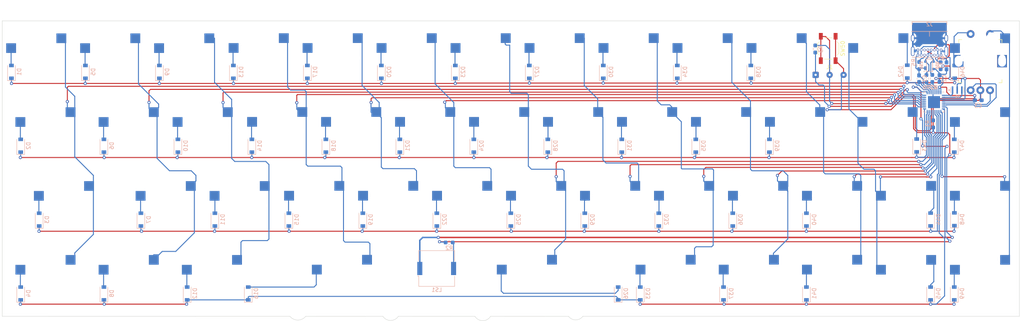
<source format=kicad_pcb>
(kicad_pcb (version 20211014) (generator pcbnew)
  (layers (0 "F.Cu" signal) (31 "B.Cu" signal) (34 "B.Paste" user) (35 "F.Paste" user) (36 "B.SilkS" user "B.Silkscreen") (37 "F.SilkS" user "F.Silkscreen") (38 "B.Mask" user) (39 "F.Mask" user) (44 "Edge.Cuts" user))
  (net 0 "")
  (net 1 "GND")
  (net 2 "+5V")
  (net 3 "Net-(D1-Pad2)")
  (net 4 "Net-(D2-Pad2)")
  (net 5 "Net-(D3-Pad2)")
  (net 6 "row3")
  (net 7 "Net-(D6-Pad2)")
  (net 8 "Net-(D9-Pad2)")
  (net 9 "Net-(D10-Pad2)")
  (net 10 "Net-(D12-Pad2)")
  (net 11 "Net-(D13-Pad2)")
  (net 12 "Net-(D14-Pad2)")
  (net 13 "Net-(D19-Pad2)")
  (net 14 "Net-(D22-Pad2)")
  (net 15 "Net-(D33-Pad2)")
  (net 16 "Net-(D34-Pad2)")
  (net 17 "Net-(D42-Pad2)")
  (net 18 "Net-(D43-Pad2)")
  (net 19 "Net-(D44-Pad2)")
  (net 20 "Net-(D45-Pad2)")
  (net 21 "Net-(D47-Pad2)")
  (net 22 "Net-(D48-Pad2)")
  (net 23 "Net-(D49-Pad2)")
  (net 24 "Net-(D50-Pad2)")
  (net 25 "VCC")
  (net 26 "Net-(LS1-Pad2)")
  (net 27 "D+")
  (net 28 "D-")
  (net 29 "Audio")
  (net 30 "col11")
  (net 31 "RE_B")
  (net 32 "RE_A")
  (net 33 "RE_1")
  (net 34 "Net-(D50-Pad3)")
  (net 35 "Net-(U1-Pad1)")
  (net 36 "Net-(U1-Pad2)")
  (net 37 "Net-(D4-Pad2)")
  (net 38 "Net-(D5-Pad2)")
  (net 39 "Net-(D7-Pad2)")
  (net 40 "Net-(D8-Pad2)")
  (net 41 "Net-(D11-Pad2)")
  (net 42 "Net-(D15-Pad2)")
  (net 43 "Net-(D16-Pad2)")
  (net 44 "Net-(D17-Pad2)")
  (net 45 "Net-(D18-Pad2)")
  (net 46 "Net-(D20-Pad2)")
  (net 47 "Net-(D21-Pad2)")
  (net 48 "Net-(D24-Pad2)")
  (net 49 "Net-(D26-Pad2)")
  (net 50 "Net-(D27-Pad2)")
  (net 51 "Net-(D28-Pad2)")
  (net 52 "Net-(D29-Pad2)")
  (net 53 "Net-(D30-Pad2)")
  (net 54 "Net-(D31-Pad2)")
  (net 55 "Net-(D32-Pad2)")
  (net 56 "Net-(D35-Pad2)")
  (net 57 "Net-(D36-Pad2)")
  (net 58 "Net-(D37-Pad2)")
  (net 59 "Net-(D38-Pad2)")
  (net 60 "Net-(D39-Pad2)")
  (net 61 "Net-(D40-Pad2)")
  (net 62 "Net-(D41-Pad2)")
  (net 63 "row0")
  (net 64 "row1")
  (net 65 "row2")
  (net 66 "col0")
  (net 67 "col1")
  (net 68 "col2")
  (net 69 "col3")
  (net 70 "col4")
  (net 71 "col5")
  (net 72 "col6")
  (net 73 "col7")
  (net 74 "col8")
  (net 75 "col9")
  (net 76 "col10")
  (net 77 "RE_2")
  (net 78 "Net-(D23-Pad2)")
  (net 79 "Net-(D25-Pad2)")
  (net 80 "Net-(J2-PadA5)")
  (net 82 "Net-(J2-PadB5)")
  (net 84 "Net-(R1-Pad1)")
  (net 85 "Net-(C1-Pad1)")
  (net 86 "RESET")
  (footprint "MX_Only:MXOnly-1.25U-Hotswap" (layer "F.Cu") (at 33.3375 45.24375)
    (fp_text reference "SW2")
    (fp_text value "SW_Push")
  )
  (footprint "MX_Only:MXOnly-1.75U-Hotswap" (layer "F.Cu") (at 38.1 64.29375)
    (fp_text reference "SW3")
    (fp_text value "SW_Push")
  )
  (footprint "MX_Only:MXOnly-1U-Hotswap" (layer "F.Cu") (at 178.73125 64.25875)
    (fp_text reference "SW29")
    (fp_text value "SW_Push")
  )
  (footprint "MX_Only:MXOnly-1U-Hotswap" (layer "F.Cu") (at 121.58125 64.25875)
    (fp_text reference "SW19")
    (fp_text value "SW_Push")
  )
  (footprint "MX_Only:MXOnly-1U-Hotswap" (layer "F.Cu") (at 273.98125 45.24375)
    (fp_text reference "SW47")
    (fp_text value "SW_Push")
  )
  (footprint "MX_Only:MXOnly-1U-Hotswap" (layer "F.Cu") (at 54.76875 83.34375)
    (fp_text reference "SW8")
    (fp_text value "SW_Push")
  )
  (footprint "MX_Only:MXOnly-1.25U-Hotswap" (layer "F.Cu") (at 33.3375 83.34375)
    (fp_text reference "SW4")
    (fp_text value "SW_Push")
  )
  (footprint "MX_Only:MXOnly-1U-Hotswap" (layer "F.Cu") (at 30.95625 26.19375)
    (fp_text reference "SW1")
    (fp_text value "SW_Push")
  )
  (footprint "MX_Only:MXOnly-1U-Hotswap" (layer "F.Cu") (at 193.01875 83.30875)
    (fp_text reference "SW33")
    (fp_text value "SW_Push")
  )
  (footprint "MX_Only:MXOnly-1U-Hotswap" (layer "F.Cu") (at 273.98125 64.25875)
    (fp_text reference "SW48")
    (fp_text value "SW_Push")
  )
  (footprint "MX_Only:MXOnly-2.25U-Hotswap" (layer "F.Cu") (at 109.675 83.30875)
    (fp_text reference "SW16")
    (fp_text value "SW_Push")
  )
  (footprint "MX_Only:MXOnly-1U-Hotswap" (layer "F.Cu") (at 254.93125 83.34375)
    (fp_text reference "SW45")
    (fp_text value "SW_Push")
  )
  (footprint "MX_Only:MXOnly-1U-Hotswap" (layer "F.Cu") (at 273.98125 26.19375)
    (fp_text reference "SW46")
    (fp_text value "SW_Push")
  )
  (footprint "MX_Only:MXOnly-1.5U-Hotswap" (layer "F.Cu") (at 250.16875 45.20875)
    (fp_text reference "SW43")
    (fp_text value "SW_Push")
  )
  (footprint "MX_Only:MXOnly-1U-Hotswap" (layer "F.Cu") (at 64.29375 64.29375)
    (fp_text reference "SW7")
    (fp_text value "SW_Push")
  )
  (footprint "MX_Only:MXOnly-1U-Hotswap" (layer "F.Cu") (at 254.93125 64.25875)
    (fp_text reference "SW44")
    (fp_text value "SW_Push")
  )
  (footprint "MX_Only:MXOnly-1U-Hotswap" (layer "F.Cu") (at 83.34375 64.29375)
    (fp_text reference "SW11")
    (fp_text value "SW_Push")
  )
  (footprint "MX_Only:MXOnly-1U-Hotswap" (layer "F.Cu") (at 235.88125 83.30875)
    (fp_text reference "SW41")
    (fp_text value "SW_Push")
  )
  (footprint "MX_Only:MXOnly-1U-Hotswap" (layer "F.Cu") (at 126.34375 26.15875)
    (fp_text reference "SW20")
    (fp_text value "SW_Push")
  )
  (footprint "kbd_Parts:RotaryEncoder_EC12E" (layer "F.Cu") (at 273.44625 27.01375 90)
    (fp_text reference "SW51")
    (fp_text value "RotaryEncoder_Switch")
  )
  (footprint "MX_Only:MXOnly-1U-Hotswap" (layer "F.Cu") (at 93.00625 45.20875)
    (fp_text reference "SW14")
    (fp_text value "SW_Push")
  )
  (footprint "MX_Only:MXOnly-1U-Hotswap" (layer "F.Cu") (at 73.81875 45.24375)
    (fp_text reference "SW10")
    (fp_text value "SW_Push")
  )
  (footprint "MX_Only:MXOnly-1U-Hotswap" (layer "F.Cu") (at 145.39375 26.15875)
    (fp_text reference "SW23")
    (fp_text value "SW_Push")
  )
  (footprint "MX_Only:MXOnly-1U-Hotswap" (layer "F.Cu") (at 207.30625 45.20875)
    (fp_text reference "SW35")
    (fp_text value "SW_Push")
  )
  (footprint "MX_Only:MXOnly-1U-Hotswap" (layer "F.Cu") (at 216.83125 64.25875)
    (fp_text reference "SW36")
    (fp_text value "SW_Push")
  )
  (footprint "MX_Only:MXOnly-1U-Hotswap" (layer "F.Cu") (at 140.63125 64.25875)
    (fp_text reference "SW22")
    (fp_text value "SW_Push")
  )
  (footprint "MX_Only:MXOnly-1U-Hotswap" (layer "F.Cu") (at 183.49375 26.15875)
    (fp_text reference "SW30")
    (fp_text value "SW_Push")
  )
  (footprint "MX_Only:MXOnly-1U-Hotswap" (layer "F.Cu") (at 202.54375 26.15875)
    (fp_text reference "SW34")
    (fp_text value "SW_Push")
  )
  (footprint "MX_Only:MXOnly-1U-Hotswap" (layer "F.Cu") (at 235.88125 64.25875)
    (fp_text reference "SW40")
    (fp_text value "SW_Push")
  )
  (footprint "MX_Only:MXOnly-1U-Hotswap" (layer "F.Cu") (at 273.98125 83.34375)
    (fp_text reference "SW49")
    (fp_text value "SW_Push")
  )
  (footprint "MX_Only:MXOnly-1U-Hotswap" (layer "F.Cu") (at 54.76875 45.24375)
    (fp_text reference "SW6")
    (fp_text value "SW_Push")
  )
  (footprint "Connector_Wire:SolderWire-0.1sqmm_1x03_P3.6mm_D0.4mm_OD1mm" (layer "F.Cu") (at 231.02625 30.55375)
    (fp_text reference "J1")
    (fp_text value "Conn_01x03")
  )
  (footprint "MX_Only:MXOnly-1U-Hotswap" (layer "F.Cu") (at 107.29375 26.15875)
    (fp_text reference "SW17")
    (fp_text value "SW_Push")
  )
  (footprint "MX_Only:MXOnly-1.25U-Hotswap" (layer "F.Cu") (at 76.2 83.34375)
    (fp_text reference "SW12")
    (fp_text value "SW_Push")
  )
  (footprint "MX_Only:MXOnly-1U-Hotswap" (layer "F.Cu") (at 221.59375 26.15875)
    (fp_text reference "SW38")
    (fp_text value "SW_Push")
  )
  (footprint "MX_Only:MXOnly-1U-Hotswap" (layer "F.Cu") (at 150.15625 45.20875)
    (fp_text reference "SW24")
    (fp_text value "SW_Push")
  )
  (footprint "MX_Only:MXOnly-1U-Hotswap" (layer "F.Cu") (at 131.10625 45.20875)
    (fp_text reference "SW21")
    (fp_text value "SW_Push")
  )
  (footprint "MX_Only:MXOnly-1.25U-Hotswap" (layer "F.Cu") (at 214.45 83.30875)
    (fp_text reference "SW37")
    (fp_text value "SW_Push")
  )
  (footprint "MX_Only:MXOnly-1U-Hotswap" (layer "F.Cu") (at 197.78125 64.25875)
    (fp_text reference "SW32")
    (fp_text value "SW_Push")
  )
  (footprint "MX_Only:MXOnly-1U-Hotswap" (layer "F.Cu") (at 169.20625 45.20875)
    (fp_text reference "SW28")
    (fp_text value "SW_Push")
  )
  (footprint "MX_Only:MXOnly-1.75U-Hotswap" (layer "F.Cu") (at 247.7875 26.15875)
    (fp_text reference "SW42")
    (fp_text value "SW_Push")
  )
  (footprint "MX_Only:MXOnly-1U-Hotswap" (layer "F.Cu") (at 69.05625 26.19375)
    (fp_text reference "SW9")
    (fp_text value "SW_Push")
  )
  (footprint "MX_Only:MXOnly-1U-Hotswap" (layer "F.Cu") (at 164.44375 26.15875)
    (fp_text reference "SW27")
    (fp_text value "SW_Push")
  )
  (footprint "MX_Only:MXOnly-2.75U-Hotswap" (layer "F.Cu") (at 157.3 83.30875)
    (fp_text reference "SW26")
    (fp_text value "SW_Push")
  )
  (footprint "MX_Only:MXOnly-1U-Hotswap" (layer "F.Cu") (at 102.53125 64.25875)
    (fp_text reference "SW15")
    (fp_text value "SW_Push")
  )
  (footprint "MX_Only:MXOnly-1U-Hotswap" (layer "F.Cu") (at 50.00625 26.19375)
    (fp_text reference "SW5")
    (fp_text value "SW_Push")
  )
  (footprint "MX_Only:MXOnly-1U-Hotswap" (layer "F.Cu") (at 226.35625 45.20875)
    (fp_text reference "SW39")
    (fp_text value "SW_Push")
  )
  (footprint "Button_Switch_SMD:SW_SPST_TL3342" (layer "F.Cu") (at 234.26625 23.74375 -90)
    (fp_text reference "SW50")
    (fp_text value "SW_Push")
  )
  (footprint "MX_Only:MXOnly-1U-Hotswap" (layer "F.Cu") (at 112.05625 45.20875)
    (fp_text reference "SW18")
    (fp_text value "SW_Push")
  )
  (footprint "MX_Only:MXOnly-1U-Hotswap" (layer "F.Cu") (at 159.68125 64.25875)
    (fp_text reference "SW25")
    (fp_text value "SW_Push")
  )
  (footprint "MX_Only:MXOnly-1U-Hotswap" (layer "F.Cu") (at 88.24375 26.15875)
    (fp_text reference "SW13")
    (fp_text value "SW_Push")
  )
  (footprint "MX_Only:MXOnly-1U-Hotswap" (layer "F.Cu") (at 188.25625 45.20875)
    (fp_text reference "SW31")
    (fp_text value "SW_Push")
  )
  (footprint "Diode_SMD:D_SOD-123" (layer "B.Cu") (at 180.18125 86.93 90)
    (fp_text reference "D26")
    (fp_text value "D_Small")
  )
  (footprint "Diode_SMD:D_SOD-123" (layer "B.Cu") (at 31.1 67.88 90)
    (fp_text reference "D3")
    (fp_text value "D_Small")
  )
  (footprint "Diode_SMD:D_SOD-123" (layer "B.Cu") (at 26.3375 86.93 90)
    (fp_text reference "D4")
    (fp_text value "D_Small")
  )
  (footprint "Diode_SMD:D_SOD-123" (layer "B.Cu") (at 266.7635 67.78625 90)
    (fp_text reference "D48")
    (fp_text value "D_Small")
  )
  (footprint "Diode_SMD:D_SOD-123" (layer "B.Cu") (at 123.96875 48.83 90)
    (fp_text reference "D21")
    (fp_text value "D_Small")
  )
  (footprint "Diode_SMD:D_SOD-123" (layer "B.Cu") (at 228.6635 67.88 90)
    (fp_text reference "D40")
    (fp_text value "D_Small")
  )
  (footprint "Diode_SMD:D_SOD-123" (layer "B.Cu") (at 214.34425 29.78 90)
    (fp_text reference "D38")
    (fp_text value "D_Small")
  )
  (footprint "Diode_SMD:D_SOD-123" (layer "B.Cu") (at 176.35625 29.78 90)
    (fp_text reference "D30")
    (fp_text value "D_Small")
  )
  (footprint "Diode_SMD:D_SOD-123" (layer "B.Cu") (at 228.6635 86.93 90)
    (fp_text reference "D41")
    (fp_text value "D_Small")
  )
  (footprint "Resistor_SMD:R_0603_1608Metric_Pad0.98x0.95mm_HandSolder" (layer "B.Cu") (at 263.22125 28.19875 -90)
    (fp_text reference "R4")
    (fp_text value "5.1k")
  )
  (footprint "Diode_SMD:D_SOD-123" (layer "B.Cu") (at 84.93125 86.93 90)
    (fp_text reference "D16")
    (fp_text value "D_Small")
  )
  (footprint "Resistor_SMD:R_0603_1608Metric_Pad0.98x0.95mm_HandSolder" (layer "B.Cu") (at 261.31625 43.20375 -90)
    (fp_text reference "R1")
    (fp_text value "10k")
  )
  (footprint "Diode_SMD:D_SOD-123" (layer "B.Cu") (at 209.69375 67.88 90)
    (fp_text reference "D36")
    (fp_text value "D_Small")
  )
  (footprint "Diode_SMD:D_SOD-123" (layer "B.Cu") (at 66.81875 48.83 90)
    (fp_text reference "D10")
    (fp_text value "D_Small")
  )
  (footprint "Resistor_SMD:R_0603_1608Metric_Pad0.98x0.95mm_HandSolder" (layer "B.Cu") (at 259.56125 31.50875 -90)
    (fp_text reference "R6")
    (fp_text value "22k")
  )
  (footprint "Diode_SMD:D_SOD-123" (layer "B.Cu") (at 47.76875 86.93 90)
    (fp_text reference "D8")
    (fp_text value "D_Small")
  )
  (footprint "Diode_SMD:D_SOD-123" (layer "B.Cu") (at 95.39375 67.88 90)
    (fp_text reference "D15")
    (fp_text value "D_Small")
  )
  (footprint "Diode_SMD:D_SOD-123" (layer "B.Cu") (at 260.63575 86.93 90)
    (fp_text reference "D45")
    (fp_text value "D_Small")
  )
  (footprint "Fuse:Fuse_0603_1608Metric_Pad1.05x0.95mm_HandSolder" (layer "B.Cu") (at 264.74125 28.21875 -90)
    (fp_text reference "F1")
    (fp_text value "500mA")
  )
  (footprint "CSTCE16M0V53-R0:OSC_CSTCE16M0V53-R0" (layer "B.Cu") (at 267.48375 34.47375)
    (fp_text reference "Y1")
    (fp_text value "CSTCE16M0V53-R0")
  )
  (footprint "Diode_SMD:D_SOD-123" (layer "B.Cu") (at 69.2 86.93 90)
    (fp_text reference "D12")
    (fp_text value "D_Small")
  )
  (footprint "Diode_SMD:D_SOD-123" (layer "B.Cu") (at 157.30625 29.78 90)
    (fp_text reference "D27")
    (fp_text value "D_Small")
  )
  (footprint "Diode_SMD:D_SOD-123" (layer "B.Cu") (at 171.59375 67.88 90)
    (fp_text reference "D29")
    (fp_text value "D_Small")
  )
  (footprint "Resistor_SMD:R_0603_1608Metric_Pad0.98x0.95mm_HandSolder" (layer "B.Cu") (at 230.93625 23.87375 90)
    (fp_text reference "R3")
    (fp_text value "10k")
  )
  (footprint "Diode_SMD:D_SOD-123" (layer "B.Cu") (at 260.63575 67.84875 90)
    (fp_text reference "D44")
    (fp_text value "D_Small")
  )
  (footprint "Diode_SMD:D_SOD-123" (layer "B.Cu") (at 195.40625 29.78 90)
    (fp_text reference "D34")
    (fp_text value "D_Small")
  )
  (footprint "Diode_SMD:D_SOD-123" (layer "B.Cu") (at 207.3125 86.93 90)
    (fp_text reference "D37")
    (fp_text value "D_Small")
  )
  (footprint "Diode_SMD:D_SOD-123" (layer "B.Cu") (at 254.63125 29.71875 90)
    (fp_text reference "D42")
    (fp_text value "D_Small")
  )
  (footprint "Diode_SMD:D_SOD-123" (layer "B.Cu") (at 200.16875 48.83 90)
    (fp_text reference "D35")
    (fp_text value "D_Small")
  )
  (footprint "Capacitor_SMD:C_0603_1608Metric_Pad1.08x0.95mm_HandSolder" (layer "B.Cu") (at 262.92625 31.50375 -90)
    (fp_text reference "C2")
    (fp_text value "10uF")
  )
  (footprint "Diode_SMD:D_SOD-123" (layer "B.Cu") (at 23.95625 29.78 90)
    (fp_text reference "D1")
    (fp_text value "D_Small")
  )
  (footprint "Diode_SMD:D_SOD-123" (layer "B.Cu") (at 114.44375 67.88 90)
    (fp_text reference "D19")
    (fp_text value "D_Small")
  )
  (footprint "Diode_SMD:D_SOD-123" (layer "B.Cu") (at 100.15625 29.78 90)
    (fp_text reference "D17")
    (fp_text value "D_Small")
  )
  (footprint "Keebio-Parts:SOT-143B" (layer "B.Cu") (at 260.35 28.0875 90)
    (fp_text reference "D50")
    (fp_text value "PRTR5V0U2X" hide)
  )
  (footprint "Diode_SMD:D_SOD-123" (layer "B.Cu") (at 57.29375 67.88 90)
    (fp_text reference "D7")
    (fp_text value "D_Small")
  )
  (footprint "Diode_SMD:D_SOD-123" (layer "B.Cu") (at 219.1385 48.83 90)
    (fp_text reference "D39")
    (fp_text value "D_Small")
  )
  (footprint "Diode_SMD:D_SOD-123" (layer "B.Cu") (at 76.34375 67.88 90)
    (fp_text reference "D11")
    (fp_text value "D_Small")
  )
  (footprint "Diode_SMD:D_SOD-123" (layer "B.Cu") (at 119.20625 29.78 90)
    (fp_text reference "D20")
    (fp_text value "D_Small")
  )
  (footprint "Diode_SMD:D_SOD-123" (layer "B.Cu") (at 43.00625 29.78 90)
    (fp_text reference "D5")
    (fp_text value "D_Small")
  )
  (footprint "Diode_SMD:D_SOD-123" (layer "B.Cu") (at 138.25625 29.78 90)
    (fp_text reference "D23")
    (fp_text value "D_Small")
  )
  (footprint "Diode_SMD:D_SOD-123" (layer "B.Cu") (at 185.88125 86.93 90)
    (fp_text reference "D33")
    (fp_text value "D_Small")
  )
  (footprint "Diode_SMD:D_SOD-123" (layer "B.Cu") (at 257.05125 48.75875 90)
    (fp_text reference "D43")
    (fp_text value "D_Small")
  )
  (footprint "Resistor_SMD:R_0603_1608Metric_Pad0.98x0.95mm_HandSolder" (layer "B.Cu") (at 257.68125 28.13875 -90)
    (fp_text reference "R5")
    (fp_text value "5.1k")
  )
  (footprint "Diode_SMD:D_SOD-123" (layer "B.Cu") (at 26.3375 48.83 90)
    (fp_text reference "D2")
    (fp_text value "D_Small")
  )
  (footprint "Diode_SMD:D_SOD-123" (layer "B.Cu") (at 47.76875 48.83 90)
    (fp_text reference "D6")
    (fp_text value "D_Small")
  )
  (footprint "Package_DFN_QFN:QFN-32-1EP_5x5mm_P0.5mm_EP3.1x3.1mm" (layer "B.Cu") (at 261.51125 37.57875 180)
    (fp_text reference "U1")
    (fp_text value "ATmega32U2-M")
  )
  (footprint "Diode_SMD:D_SOD-123" (layer "B.Cu") (at 266.84375 29.78 90)
    (fp_text reference "D46")
    (fp_text value "D_Small")
  )
  (footprint "Diode_SMD:D_SOD-123" (layer "B.Cu") (at 190.64375 67.88 90)
    (fp_text reference "D32")
    (fp_text value "D_Small")
  )
  (footprint "Diode_SMD:D_SOD-123" (layer "B.Cu") (at 143.01875 48.83 90)
    (fp_text reference "D24")
    (fp_text value "D_Small")
  )
  (footprint "Capacitor_SMD:C_0603_1608Metric_Pad1.08x0.95mm_HandSolder" (layer "B.Cu") (at 257.66625 31.55375 90)
    (fp_text reference "C1")
    (fp_text value "1uF")
  )
  (footprint "Diode_SMD:D_SOD-123" (layer "B.Cu") (at 152.54375 67.88 90)
    (fp_text reference "D25")
    (fp_text value "D_Small")
  )
  (footprint "Buzzer_Beeper:Buzzer_Murata_PKMCS0909E" (layer "B.Cu") (at 133.455 80.4875)
    (fp_text reference "LS1")
    (fp_text value "Speaker")
  )
  (footprint "Diode_SMD:D_SOD-123" (layer "B.Cu") (at 85.86875 48.83 90)
    (fp_text reference "D14")
    (fp_text value "D_Small")
  )
  (footprint "Diode_SMD:D_SOD-123" (layer "B.Cu") (at 104.91875 48.83 90)
    (fp_text reference "D18")
    (fp_text value "D_Small")
  )
  (footprint "Resistor_SMD:R_0603_1608Metric_Pad0.98x0.95mm_HandSolder" (layer "B.Cu") (at 261.08125 31.47875 -90)
    (fp_text reference "R7")
    (fp_text value "22k")
  )
  (footprint "Diode_SMD:D_SOD-123" (layer "B.Cu") (at 266.73175 48.83 90)
    (fp_text reference "D47")
    (fp_text value "D_Small")
  )
  (footprint "Diode_SMD:D_SOD-123" (layer "B.Cu") (at 181.11875 48.83 90)
    (fp_text reference "D31")
    (fp_text value "D_Small")
  )
  (footprint "Capacitor_SMD:C_0603_1608Metric_Pad1.08x0.95mm_HandSolder" (layer "B.Cu") (at 272.89625 37.11375)
    (fp_text reference "C3")
    (fp_text value "0.1uF")
  )
  (footprint "Diode_SMD:D_SOD-123" (layer "B.Cu") (at 133.49375 67.88 90)
    (fp_text reference "D22")
    (fp_text value "D_Small")
  )
  (footprint "Diode_SMD:D_SOD-123" (layer "B.Cu") (at 81.10625 29.78 90)
    (fp_text reference "D13")
    (fp_text value "D_Small")
  )
  (footprint "Resistor_SMD:R_0603_1608Metric_Pad0.98x0.95mm_HandSolder" (layer "B.Cu") (at 136.6625 73.78375)
    (fp_text reference "R2")
    (fp_text value "1k")
  )
  (footprint "USB-C:USB_C_GCT_USB4085" (layer "B.Cu") (at 260.35 19.35625)
    (fp_text reference "J2")
    (fp_text value "USB_C_Receptacle_USB2.0")
  )
  (footprint "Diode_SMD:D_SOD-123" (layer "B.Cu") (at 62.05625 29.78 90)
    (fp_text reference "D9")
    (fp_text value "D_Small")
  )
  (footprint "Diode_SMD:D_SOD-123" (layer "B.Cu") (at 266.73175 86.93 90)
    (fp_text reference "D49")
    (fp_text value "D_Small")
  )
  (footprint "Diode_SMD:D_SOD-123" (layer "B.Cu") (at 162.06875 48.83 90)
    (fp_text reference "D28")
    (fp_text value "D_Small")
  )
  (gr_line (start 283.50625 16.63375) (end 283.50625 92.83375) (layer "Edge.Cuts") (width 0.1))
  (gr_arc (start 123.56625 92.83375) (mid 121.58625 93.888595) (end 119.60625 92.83375) (layer "Edge.Cuts") (width 0.1))
  (gr_line (start 21.56875 92.83375) (end 21.56875 16.63375) (layer "Edge.Cuts") (width 0.1))
  (gr_arc (start 147.31625 92.83375) (mid 145.317855 93.95404) (end 143.31625 92.84375) (layer "Edge.Cuts") (width 0.1))
  (gr_arc (start 171.07625 92.83375) (mid 169.251769 93.745933) (end 167.42625 92.84375) (layer "Edge.Cuts") (width 0.1))
  (gr_line (start 283.50625 92.83375) (end 171.07625 92.83375) (layer "Edge.Cuts") (width 0.1))
  (gr_line (start 95.66625 92.82375) (end 21.56875 92.83375) (layer "Edge.Cuts") (width 0.1))
  (gr_line (start 143.31625 92.84375) (end 123.56625 92.83375) (layer "Edge.Cuts") (width 0.1))
  (gr_line (start 167.42625 92.84375) (end 147.31625 92.83375) (layer "Edge.Cuts") (width 0.1))
  (gr_line (start 119.60625 92.83375) (end 99.70625 92.842087) (layer "Edge.Cuts") (width 0.1))
  (gr_arc (start 99.70625 92.842087) (mid 97.681905 93.79017) (end 95.66625 92.82375) (layer "Edge.Cuts") (width 0.1))
  (gr_line (start 21.56875 16.63375) (end 283.50625 16.63375) (layer "Edge.Cuts") (width 0.1))
  (segment (start 265.571841 46.009341) (end 265.571841 51.14425) (width 0.25) (layer "F.Cu") (net 1))
  (segment (start 250.452686 39.52875) (end 253.932686 36.04875) (width 0.25) (layer "F.Cu") (net 1))
  (segment (start 236.16625 26.89375) (end 236.16625 20.59375) (width 0.25) (layer "F.Cu") (net 1))
  (segment (start 262.058385 31.46875) (end 265.644248 31.46875) (width 0.25) (layer "F.Cu") (net 1))
  (segment (start 256.24125 44.42875) (end 257.221165 45.408665) (width 0.25) (layer "F.Cu") (net 1))
  (segment (start 273.53125 36.60875) (end 273.53125 34.22875) (width 0.25) (layer "F.Cu") (net 1))
  (segment (start 253.932686 36.04875) (end 255.79125 36.04875) (width 0.25) (layer "F.Cu") (net 1))
  (segment (start 266.20125 72.47875) (end 266.1925 72.4875) (width 0.381) (layer "F.Cu") (net 1))
  (segment (start 238.22625 30.55375) (end 238.22625 28.95375) (width 0.25) (layer "F.Cu") (net 1))
  (segment (start 273.53125 34.22875) (end 273.49125 34.18875) (width 0.25) (layer "F.Cu") (net 1))
  (segment (start 269.50125 31.48875) (end 273.08125 31.48875) (width 0.25) (layer "F.Cu") (net 1))
  (segment (start 265.644248 28.501748) (end 265.644248 31.46875) (width 0.25) (layer "F.Cu") (net 1))
  (segment (start 234.026232 39.52875) (end 250.452686 39.52875) (width 0.25) (layer "F.Cu") (net 1))
  (segment (start 265.36125 28.25875) (end 265.40125 28.25875) (width 0.25) (layer "F.Cu") (net 1))
  (segment (start 265.644248 31.46875) (end 269.48125 31.46875) (width 0.25) (layer "F.Cu") (net 1))
  (segment (start 261.271164 45.408665) (end 261.308951 45.446452) (width 0.25) (layer "F.Cu") (net 1))
  (segment (start 257.221165 45.408665) (end 261.271164 45.408665) (width 0.25) (layer "F.Cu") (net 1))
  (segment (start 265.40125 28.25875) (end 265.644248 28.501748) (width 0.25) (layer "F.Cu") (net 1))
  (segment (start 261.62125 37.12875) (end 273.01125 37.12875) (width 0.25) (layer "F.Cu") (net 1))
  (segment (start 265.344375 28.275625) (end 265.36125 28.25875) (width 0.25) (layer "F.Cu") (net 1))
  (segment (start 261.308951 45.446452) (end 261.226653 45.52875) (width 0.25) (layer "F.Cu") (net 1))
  (segment (start 261.341249 45.47875) (end 265.04125 45.47875) (width 0.25) (layer "F.Cu") (net 1))
  (segment (start 261.308951 37.441049) (end 261.62125 37.12875) (width 0.25) (layer "F.Cu") (net 1))
  (segment (start 265.04125 45.47875) (end 265.571841 46.009341) (width 0.25) (layer "F.Cu") (net 1))
  (segment (start 273.08125 31.48875) (end 273.49125 31.89875) (width 0.25) (layer "F.Cu") (net 1))
  (segment (start 261.308951 45.446452) (end 261.341249 45.47875) (width 0.25) (layer "F.Cu") (net 1))
  (segment (start 273.01125 37.12875) (end 273.53125 36.60875) (width 0.25) (layer "F.Cu") (net 1))
  (segment (start 266.1925 72.4875) (end 133.855 72.4875) (width 0.381) (layer "F.Cu") (net 1))
  (segment (start 256.24125 36.49875) (end 256.24125 44.42875) (width 0.25) (layer "F.Cu") (net 1))
  (segment (start 234.01013 39.544852) (end 234.026232 39.52875) (width 0.25) (layer "F.Cu") (net 1))
  (segment (start 262.036591 31.490544) (end 262.058385 31.46875) (width 0.25) (layer "F.Cu") (net 1))
  (segment (start 238.22625 28.95375) (end 236.16625 26.89375) (width 0.25) (layer "F.Cu") (net 1))
  (segment (start 261.308951 45.446452) (end 261.308951 37.441049) (width 0.25) (layer "F.Cu") (net 1))
  (segment (start 255.79125 36.04875) (end 256.24125 36.49875) (width 0.25) (layer "F.Cu") (net 1))
  (segment (start 273.49125 31.89875) (end 273.49125 34.18875) (width 0.25) (layer "F.Cu") (net 1))
  (segment (start 269.48125 31.46875) (end 269.50125 31.48875) (width 0.25) (layer "F.Cu") (net 1))
  (segment (start 263.856443 28.275625) (end 265.344375 28.275625) (width 0.25) (layer "F.Cu") (net 1))
  (via (at 269.50125 31.48875) (size 0.8) (drill 0.4) (layers "F.Cu" "B.Cu") (net 1))
  (via (at 263.856443 28.275625) (size 0.8) (drill 0.4) (layers "F.Cu" "B.Cu") (net 1))
  (via (at 234.01013 39.544852) (size 0.8) (drill 0.4) (layers "F.Cu" "B.Cu") (net 1))
  (via (at 133.855 72.4875) (size 0.8) (drill 0.4) (layers "F.Cu" "B.Cu") (net 1))
  (via (at 266.20125 72.47875) (size 0.8) (drill 0.4) (layers "F.Cu" "B.Cu") (net 1))
  (via (at 265.571841 51.14425) (size 0.8) (drill 0.4) (layers "F.Cu" "B.Cu") (net 1))
  (via (at 261.308951 45.446452) (size 0.8) (drill 0.4) (layers "F.Cu" "B.Cu") (net 1))
  (via (at 262.036591 31.490544) (size 0.8) (drill 0.4) (layers "F.Cu" "B.Cu") (net 1))
  (via (at 265.644248 31.46875) (size 0.8) (drill 0.4) (layers "F.Cu" "B.Cu") (net 1))
  (segment (start 269.50125 31.48875) (end 269.50125 36.59875) (width 0.25) (layer "B.Cu") (net 1))
  (segment (start 257.06125 29.01875) (end 256.85125 28.80875) (width 0.25) (layer "B.Cu") (net 1))
  (segment (start 261.26125 35.14125) (end 261.26125 34.367487) (width 0.25) (layer "B.Cu") (net 1))
  (segment (start 268.80125 31.48875) (end 268.57625 31.71375) (width 0.25) (layer "B.Cu") (net 1))
  (segment (start 264.78125 71.05875) (end 264.78125 51.934841) (width 0.25) (layer "B.Cu") (net 1))
  (segment (start 261.49125 37.63875) (end 261.25163 37.39913) (width 0.3302) (layer "B.Cu") (net 1))
  (segment (start 267.48625 33.10375) (end 267.48375 33.10625) (width 0.25) (layer "B.Cu") (net 1))
  (segment (start 263.33 25.45125) (end 263.325 25.45625) (width 0.25) (layer "B.Cu") (net 1))
  (segment (start 266.11125 72.47875) (end 266.06125 72.42875) (width 0.25) (layer "B.Cu") (net 1))
  (segment (start 257.375 24.13125) (end 257.375 25.45625) (width 0.25) (layer "B.Cu") (net 1))
  (segment (start 267.48625 33.04375) (end 267.48625 33.10375) (width 0.25) (layer "B.Cu") (net 1))
  (segment (start 264.675 24.47625) (end 264.75375 24.47625) (width 0.25) (layer "B.Cu") (net 1))
  (segment (start 256.3675 24.13375) (end 257.3725 24.13375) (width 0.25) (layer "B.Cu") (net 1))
  (segment (start 264.675 25.8925) (end 264.675 24.47625) (width 0.25) (layer "B.Cu") (net 1))
  (segment (start 234.01013 39.544852) (end 237.475148 39.544852) (width 0.25) (layer "B.Cu") (net 1))
  (segment (start 259.327874 33.47019) (end 258.76173 32.904046) (width 0.25) (layer "B.Cu") (net 1))
  (segment (start 262.430954 31.49827) (end 262.423228 31.490544) (width 0.25) (layer "B.Cu") (net 1))
  (segment (start 129.855 72.4875) (end 129.105 73.2375) (width 0.381) (layer "B.Cu") (net 1))
  (segment (start 263.33 24.18) (end 263.21125 24.29875) (width 0.25) (layer "B.Cu") (net 1))
  (segment (start 269.50125 36.59875) (end 269.27125 36.82875) (width 0.25) (layer "B.Cu") (net 1))
  (segment (start 257.375 25.45625) (end 257.18375 25.45625) (width 0.25) (layer "B.Cu") (net 1))
  (segment (start 263.22125 29.11125) (end 263.22125 28.910818) (width 0.25) (layer "B.Cu") (net 1))
  (segment (start 262.57125 32.36125) (end 262.57125 32.244919) (width 0.25) (layer "B.Cu") (net 1))
  (segment (start 264.675 24.47625) (end 263.675 24.47625) (width 0.25) (layer "B.Cu") (net 1))
  (segment (start 268.37625 32.79375) (end 267.73625 32.79375) (width 0.25) (layer "B.Cu") (net 1))
  (segment (start 260.363953 33.47019) (end 259.327874 33.47019) (width 0.25) (layer "B.Cu") (net 1))
  (segment (start 268.57625 32.59375) (end 268.37625 32.79375) (width 0.25) (layer "B.Cu") (net 1))
  (segment (start 268.57625 31.71375) (end 268.57625 32.59375) (width 0.25) (layer "B.Cu") (net 1))
  (segment (start 237.66625 39.35375) (end 237.66625 30.58375) (width 0.25) (layer "B.Cu") (net 1))
  (segment (start 265.55125 26.04875) (end 264.83125 26.04875) (width 0.25) (layer "B.Cu") (net 1))
  (segment (start 265.644248 31.46875) (end 265.644248 26.141748) (width 0.25) (layer "B.Cu") (net 1))
  (segment (start 257.65125 30.62625) (end 257.65125 29.08125) (width 0.25) (layer "B.Cu") (net 1))
  (segment (start 261.26125 34.367487) (end 260.363953 33.47019) (width 0.25) (layer "B.Cu") (net 1))
  (segment (start 262.90125 32.36125) (end 262.90125 31.73875) (width 0.25) (layer "B.Cu") (net 1))
  (segment (start 265.644248 26.141748) (end 265.55125 26.04875) (width 0.25) (layer "B.Cu") (net 1))
  (segment (start 264.75375 24.47625) (end 264.86625 24.36375) (width 0.25) (layer "B.Cu") (net 1))
  (segment (start 262.423228 31.490544) (end 262.036591 31.490544) (width 0.25) (layer "B.Cu") (net 1))
  (segment (start 256.85125 25.98) (end 257.375 25.45625) (width 0.25) (layer "B.Cu") (net 1))
  (segment (start 263.675 24.47625) (end 263.33 24.13125) (width 0.25) (layer "B.Cu") (net 1))
  (segment (start 257.65125 29.08125) (end 257.68125 29.05125) (width 0.25) (layer "B.Cu") (net 1))
  (segment (start 258.76173 31.73673) (end 257.65125 30.62625) (width 0.25) (layer "B.Cu") (net 1))
  (segment (start 261.26125 35.14125) (end 261.26125 37.32875) (width 0.25) (layer "B.Cu") (net 1))
  (segment (start 263.22125 28.910818) (end 263.856443 28.275625) (width 0.25) (layer "B.Cu") (net 1))
  (segment (start 263.33 24.13125) (end 263.33 24.18) (width 0.25) (layer "B.Cu") (net 1))
  (segment (start 266.20125 72.47875) (end 266.11125 72.47875) (width 0.25) (layer "B.Cu") (net 1))
  (segment (start 264.83125 26.04875) (end 264.675 25.8925) (width 0.25) (layer "B.Cu") (net 1))
  (segment (start 237.475148 39.544852) (end 237.66625 39.35375) (width 0.25) (layer "B.Cu") (net 1))
  (segment (start 263.33 24.13125) (end 263.33 25.45125) (width 0.25) (layer "B.Cu") (net 1))
  (segment (start 257.64875 29.01875) (end 257.06125 29.01875) (width 0.25) (layer "B.Cu") (net 1))
  (segment (start 258.76173 32.904046) (end 258.76173 31.73673) (width 0.25) (layer "B.Cu") (net 1))
  (segment (start 273.44625 36.80125) (end 273.44625 34.51375) (width 0.25) (layer "B.Cu") (net 1))
  (segment (start 273.75875 37.11375) (end 273.44625 36.80125) (width 0.25) (layer "B.Cu") (net 1))
  (segment (start 256.85125 28.80875) (end 256.85125 25.98) (width 0.25) (layer "B.Cu") (net 1))
  (segment (start 261.26125 37.32875) (end 261.51125 37.57875) (width 0.25) (layer "B.Cu") (net 1))
  (segment (start 262.66077 31.49827) (end 262.430954 31.49827) (width 0.25) (layer "B.Cu") (net 1))
  (segment (start 257.3725 24.13375) (end 257.375 24.13125) (width 0.25) (layer "B.Cu") (net 1))
  (segment (start 266.20125 72.47875) (end 264.78125 71.05875) (width 0.25) (layer "B.Cu") (net 1))
  (segment (start 267.48375 33.10625) (end 267.48375 34.47375) (width 0.25) (layer "B.Cu") (net 1))
  (segment (start 269.27125 36.82875) (end 263.94875 36.82875) (width 0.25) (layer "B.Cu") (net 1))
  (segment (start 261.308951 45.446452) (end 261.308951 44.373549) (width 0.381) (layer "B.Cu") (net 1))
  (segment (start 264.78125 51.934841) (end 265.571841 51.14425) (width 0.25) (layer "B.Cu") (net 1))
  (segment (start 269.50125 31.48875) (end 268.80125 31.48875) (width 0.25) (layer "B.Cu") (net 1))
  (segment (start 256.37 24.13125) (end 256.025 24.47625) (width 0.25) (layer "B.Cu") (net 1))
  (segment (start 257.68125 29.05125) (end 257.64875 29.01875) (width 0.25) (layer "B.Cu") (net 1))
  (segment (start 256.025 24.47625) (end 256.3675 24.13375) (width 0.25) (layer "B.Cu") (net 1))
  (segment (start 129.105 73.2375) (end 129.105 80.4875) (width 0.381) (layer "B.Cu") (net 1))
  (segment (start 263.325 25.45625) (end 263.28375 25.45625) (width 0.25) (layer "B.Cu") (net 1))
  (segment (start 262.26125 36.82875) (end 261.51125 37.57875) (width 0.25) (layer "B.Cu") (net 1))
  (segment (start 262.90125 31.73875) (end 262.66077 31.49827) (width 0.25) (layer "B.Cu") (net 1))
  (segment (start 257.895 28.8375) (end 257.68125 29.05125) (width 0.25) (layer "B.Cu") (net 1))
  (segment (start 261.308951 44.373549) (end 261.35125 44.33125) (width 0.381) (layer "B.Cu") (net 1))
  (segment (start 133.855 72.4875) (end 129.855 72.4875) (width 0.381) (layer "B.Cu") (net 1))
  (segment (start 259.35 28.8375) (end 257.895 28.8375) (width 0.25) (layer "B.Cu") (net 1))
  (segment (start 263.94875 36.82875) (end 262.26125 36.82875) (width 0.25) (layer "B.Cu") (net 1))
  (segment (start 267.73625 32.79375) (end 267.48625 33.04375) (width 0.25) (layer "B.Cu") (net 1))
  (segment (start 260.300855 44.959145) (end 260.859431 44.400569) (width 0.25) (layer "F.Cu") (net 2))
  (segment (start 253.596488 35.59923) (end 256.01173 35.59923) (width 0.25) (layer "F.Cu") (net 2))
  (segment (start 250.53263 38.663088) (end 253.596488 35.59923) (width 0.25) (layer "F.Cu") (net 2))
  (segment (start 256.69077 44.242552) (end 257.407363 44.959145) (width 0.25) (layer "F.Cu") (net 2))
  (segment (start 264.78625 33.88375) (end 264.633087 33.730587) (width 0.25) (layer "F.Cu") (net 2))
  (segment (start 264.633087 33.730587) (end 262.921553 33.730587) (width 0.25) (layer "F.Cu") (net 2))
  (segment (start 265.66625 35.88375) (end 264.78625 35.00375) (width 0.25) (layer "F.Cu") (net 2))
  (segment (start 256.69077 36.27827) (end 256.69077 44.242552) (width 0.25) (layer "F.Cu") (net 2))
  (segment (start 260.859431 36.900569) (end 261.08077 36.67923) (width 0.25) (layer "F.Cu") (net 2))
  (segment (start 271.97625 36.46375) (end 271.97625 35.88375) (width 0.25) (layer "F.Cu") (net 2))
  (segment (start 260.859431 44.400569) (end 260.859431 36.900569) (width 0.25) (layer "F.Cu") (net 2))
  (segment (start 271.97625 35.88375) (end 265.66625 35.88375) (width 0.25) (layer "F.Cu") (net 2))
  (segment (start 271.76077 36.67923) (end 271.97625 36.46375) (width 0.25) (layer "F.Cu") (net 2))
  (segment (start 261.08077 36.67923) (end 271.76077 36.67923) (width 0.25) (layer "F.Cu") (net 2))
  (segment (start 257.407363 44.959145) (end 260.300855 44.959145) (width 0.25) (layer "F.Cu") (net 2))
  (segment (start 234.525588 38.663088) (end 250.53263 38.663088) (width 0.25) (layer "F.Cu") (net 2))
  (segment (start 256.01173 35.59923) (end 256.69077 36.27827) (width 0.25) (layer "F.Cu") (net 2))
  (segment (start 264.78625 35.00375) (end 264.78625 33.88375) (width 0.25) (layer "F.Cu") (net 2))
  (via (at 262.921553 33.730587) (size 0.8) (drill 0.4) (layers "F.Cu" "B.Cu") (net 2))
  (via (at 271.97625 35.88375) (size 0.8) (drill 0.4) (layers "F.Cu" "B.Cu") (net 2))
  (via (at 234.525588 38.663088) (size 0.8) (drill 0.4) (layers "F.Cu" "B.Cu") (net 2))
  (segment (start 263.26125 34.070284) (end 262.921553 33.730587) (width 0.25) (layer "B.Cu") (net 2))
  (segment (start 271.86375 37.28375) (end 263.99375 37.28375) (width 0.25) (layer "B.Cu") (net 2))
  (segment (start 262.90125 30.63625) (end 262.90125 30.30875) (width 0.25) (layer "B.Cu") (net 2))
  (segment (start 263.13875 30.39875) (end 264.51125 30.39875) (width 0.25) (layer "B.Cu") (net 2))
  (segment (start 272.03375 37.11375) (end 271.86375 37.28375) (width 0.25) (layer "B.Cu") (net 2))
  (segment (start 230.99625 30.52375) (end 231.02625 30.55375) (width 0.25) (layer "B.Cu") (net 2))
  (segment (start 233.32625 37.46375) (end 233.32625 33.54375) (width 0.25) (layer "B.Cu") (net 2))
  (segment (start 230.99625 24.84625) (end 230.99625 30.52375) (width 0.25) (layer "B.Cu") (net 2))
  (segment (start 262.76125 33.89089) (end 262.921553 33.730587) (width 0.25) (layer "B.Cu") (net 2))
  (segment (start 272.03375 37.11375) (end 272.03375 35.94125) (width 0.25) (layer "B.Cu") (net 2))
  (segment (start 231.02625 32.30375) (end 231.02625 31.14375) (width 0.25) (layer "B.Cu") (net 2))
  (segment (start 263.78125 31.13875) (end 263.51125 30.86875) (width 0.25) (layer "B.Cu") (net 2))
  (segment (start 263.51125 30.86875) (end 262.6675 30.86875) (width 0.25) (layer "B.Cu") (net 2))
  (segment (start 233.32625 33.54375) (end 232.95625 33.17375) (width 0.25) (layer "B.Cu") (net 2))
  (segment (start 261.85 29.0375) (end 261.45 29.0375) (width 0.25) (layer "B.Cu") (net 2))
  (segment (start 231.02625 31.14375) (end 230.774109 30.891609) (width 0.25) (layer "B.Cu") (net 2))
  (segment (start 262.90125 30.63625) (end 263.13875 30.39875) (width 0.25) (layer "B.Cu") (net 2))
  (segment (start 272.03375 35.94125) (end 271.97625 35.88375) (width 0.25) (layer "B.Cu") (net 2))
  (segment (start 262.76125 35.14125) (end 262.76125 33.89089) (width 0.25) (layer "B.Cu") (net 2))
  (segment (start 230.93625 24.78625) (end 230.99625 24.84625) (width 0.25) (layer "B.Cu") (net 2))
  (segment (start 263.78125 32.812316) (end 263.78125 31.13875) (width 0.25) (layer "B.Cu") (net 2))
  (segment (start 234.525588 38.663088) (end 233.32625 37.46375) (width 0.25) (layer "B.Cu") (net 2))
  (segment (start 264.74125 30.16875) (end 264.74125 29.09375) (width 0.25) (layer "B.Cu") (net 2))
  (segment (start 263.137796 33.45577) (end 263.78125 32.812316) (width 0.25) (layer "B.Cu") (net 2))
  (segment (start 263.26125 35.14125) (end 263.26125 34.070284) (width 0.25) (layer "B.Cu") (net 2))
  (segment (start 264.51125 30.39875) (end 264.74125 30.16875) (width 0.25) (layer "B.Cu") (net 2))
  (segment (start 262.90125 30.08875) (end 261.85 29.0375) (width 0.25) (layer "B.Cu") (net 2))
  (segment (start 262.90125 30.63625) (end 262.90125 30.08875) (width 0.25) (layer "B.Cu") (net 2))
  (segment (start 263.99375 37.28375) (end 263.94875 37.32875) (width 0.25) (layer "B.Cu") (net 2))
  (segment (start 231.89625 33.17375) (end 231.02625 32.30375) (width 0.25) (layer "B.Cu") (net 2))
  (segment (start 232.95625 33.17375) (end 231.89625 33.17375) (width 0.25) (layer "B.Cu") (net 2))
  (segment (start 23.87125 23.65375) (end 23.87125 28.045) (width 0.25) (layer "B.Cu") (net 3))
  (segment (start 23.87125 28.045) (end 23.95625 28.13) (width 0.25) (layer "B.Cu") (net 3))
  (segment (start 26.2525 47.095) (end 26.3375 47.18) (width 0.25) (layer "B.Cu") (net 4))
  (segment (start 26.2525 42.70375) (end 26.2525 47.095) (width 0.25) (layer "B.Cu") (net 4))
  (segment (start 31.015 61.75375) (end 31.015 66.145) (width 0.25) (layer "B.Cu") (net 5))
  (segment (start 31.015 66.145) (end 31.1 66.23) (width 0.25) (layer "B.Cu") (net 5))
  (segment (start 228.655 89.6875) (end 207.455 89.6875) (width 0.25) (layer "F.Cu") (net 6))
  (segment (start 266.655 89.6875) (end 260.655 89.6875) (width 0.25) (layer "F.Cu") (net 6))
  (segment (start 260.655 89.6875) (end 228.655 89.6875) (width 0.25) (layer "F.Cu") (net 6))
  (segment (start 47.855 89.6875) (end 26.255 89.6875) (width 0.25) (layer "F.Cu") (net 6))
  (segment (start 207.455 89.6875) (end 185.855 89.6875) (width 0.25) (layer "F.Cu") (net 6))
  (segment (start 69.055 89.6875) (end 47.855 89.6875) (width 0.25) (layer "F.Cu") (net 6))
  (via (at 185.855 89.6875) (size 0.8) (drill 0.4) (layers "F.Cu" "B.Cu") (net 6))
  (via (at 207.455 89.6875) (size 0.8) (drill 0.4) (layers "F.Cu" "B.Cu") (net 6))
  (via (at 228.655 89.6875) (size 0.8) (drill 0.4) (layers "F.Cu" "B.Cu") (net 6))
  (via (at 47.855 89.6875) (size 0.8) (drill 0.4) (layers "F.Cu" "B.Cu") (net 6))
  (via (at 266.655 89.6875) (size 0.8) (drill 0.4) (layers "F.Cu" "B.Cu") (net 6))
  (via (at 260.655 89.6875) (size 0.8) (drill 0.4) (layers "F.Cu" "B.Cu") (net 6))
  (via (at 69.055 89.6875) (size 0.8) (drill 0.4) (layers "F.Cu" "B.Cu") (net 6))
  (via (at 26.255 89.6875) (size 0.8) (drill 0.4) (layers "F.Cu" "B.Cu") (net 6))
  (segment (start 84.93125 88.8875) (end 85.055 88.8875) (width 0.25) (layer "B.Cu") (net 6))
  (segment (start 228.6635 88.58) (end 228.6635 89.679) (width 0.25) (layer "B.Cu") (net 6))
  (segment (start 180.18125 88.58) (end 185.88125 88.58) (width 0.25) (layer "B.Cu") (net 6))
  (segment (start 262.86125 56.450116) (end 263.15771 56.153656) (width 0.25) (layer "B.Cu") (net 6))
  (segment (start 260.63575 88.58) (end 260.63575 89.66825) (width 0.25) (layer "B.Cu") (net 6))
  (segment (start 266.73175 88.58) (end 266.73175 89.61075) (width 0.25) (layer "B.Cu") (net 6))
  (segment (start 207.3125 89.545) (end 207.455 89.6875) (width 0.25) (layer "B.Cu") (net 6))
  (segment (start 262.1125 89.6875) (end 264.24125 87.55875) (width 0.25) (layer "B.Cu") (net 6))
  (segment (start 264.24125 39.70375) (end 263.95125 39.41375) (width 0.25) (layer "B.Cu") (net 6))
  (segment (start 264.24125 72.734468) (end 262.86125 71.354468) (width 0.25) (layer "B.Cu") (net 6))
  (segment (start 185.88125 89.66125) (end 185.855 89.6875) (width 0.25) (layer "B.Cu") (net 6))
  (segment (start 180.18125 88.58) (end 180.18125 88.20625) (width 0.25) (layer "B.Cu") (net 6))
  (segment (start 260.63575 89.66825) (end 260.655 89.6875) (width 0.25) (layer "B.Cu") (net 6))
  (segment (start 262.86125 71.354468) (end 262.86125 56.450116) (width 0.25) (layer "B.Cu") (net 6))
  (segment (start 185.88125 88.58) (end 185.88125 89.66125) (width 0.25) (layer "B.Cu") (net 6))
  (segment (start 263.15771 56.153656) (end 263.15771 47.165161) (width 0.25) (layer "B.Cu") (net 6))
  (segment (start 47.76875 88.58) (end 47.76875 89.60125) (width 0.25) (layer "B.Cu") (net 6))
  (segment (start 228.6635 89.679) (end 228.655 89.6875) (width 0.25) (layer "B.Cu") (net 6))
  (segment (start 84.93125 87.88) (end 84.93125 88.58) (width 0.25) (layer "B.Cu") (net 6))
  (segment (start 264.24125 46.081621) (end 264.24125 39.70375) (width 0.25) (layer "B.Cu") (net 6))
  (segment (start 84.93125 88.58) (end 84.93125 88.8875) (width 0.25) (layer "B.Cu") (net 6))
  (segment (start 263.15771 47.165161) (end 264.24125 46.081621) (width 0.25) (layer "B.Cu") (net 6))
  (segment (start 85.12375 87.6875) (end 84.93125 87.88) (width 0.25) (layer "B.Cu") (net 6))
  (segment (start 69.2 89.5425) (end 69.055 89.6875) (width 0.25) (layer "B.Cu") (net 6))
  (segment (start 179.6625 87.6875) (end 85.12375 87.6875) (width 0.25) (layer "B.Cu") (net 6))
  (segment (start 47.76875 89.60125) (end 47.855 89.6875) (width 0.25) (layer "B.Cu") (net 6))
  (segment (start 180.18125 88.20625) (end 179.6625 87.6875) (width 0.25) (layer "B.Cu") (net 6))
  (segment (start 260.655 89.6875) (end 262.1125 89.6875) (width 0.25) (layer "B.Cu") (net 6))
  (segment (start 264.24125 87.55875) (end 264.24125 72.734468) (width 0.25) (layer "B.Cu") (net 6))
  (segment (start 84.93125 88.58) (end 69.2 88.58) (width 0.25) (layer "B.Cu") (net 6))
  (segment (start 207.3125 88.58) (end 207.3125 89.545) (width 0.25) (layer "B.Cu") (net 6))
  (segment (start 26.3375 89.605) (end 26.255 89.6875) (width 0.25) (layer "B.Cu") (net 6))
  (segment (start 266.73175 89.61075) (end 266.655 89.6875) (width 0.25) (layer "B.Cu") (net 6))
  (segment (start 26.3375 88.58) (end 26.3375 89.605) (width 0.25) (layer "B.Cu") (net 6))
  (segment (start 69.2 88.58) (end 69.2 89.5425) (width 0.25) (layer "B.Cu") (net 6))
  (segment (start 47.68375 47.095) (end 47.76875 47.18) (width 0.25) (layer "B.Cu") (net 7))
  (segment (start 47.68375 42.70375) (end 47.68375 47.095) (width 0.25) (layer "B.Cu") (net 7))
  (segment (start 61.97125 28.045) (end 62.05625 28.13) (width 0.25) (layer "B.Cu") (net 8))
  (segment (start 61.97125 23.65375) (end 61.97125 28.045) (width 0.25) (layer "B.Cu") (net 8))
  (segment (start 66.73375 47.095) (end 66.81875 47.18) (width 0.25) (layer "B.Cu") (net 9))
  (segment (start 66.73375 42.70375) (end 66.73375 47.095) (width 0.25) (layer "B.Cu") (net 9))
  (segment (start 69.115 85.195) (end 69.2 85.28) (width 0.25) (layer "B.Cu") (net 10))
  (segment (start 69.115 80.80375) (end 69.115 85.195) (width 0.25) (layer "B.Cu") (net 10))
  (segment (start 81.02125 23.65375) (end 81.855 23.65375) (width 0.25) (layer "B.Cu") (net 11))
  (segment (start 81.855 23.65375) (end 81.855 24.0875) (width 0.25) (layer "B.Cu") (net 11))
  (segment (start 81.02125 28.045) (end 81.10625 28.13) (width 0.25) (layer "B.Cu") (net 11))
  (segment (start 81.02125 23.65375) (end 81.02125 28.045) (width 0.25) (layer "B.Cu") (net 11))
  (segment (start 85.78375 47.095) (end 85.86875 47.18) (width 0.25) (layer "B.Cu") (net 12))
  (segment (start 85.78375 42.70375) (end 85.78375 47.095) (width 0.25) (layer "B.Cu") (net 12))
  (segment (start 114.35875 66.145) (end 114.44375 66.23) (width 0.25) (layer "B.Cu") (net 13))
  (segment (start 114.35875 61.75375) (end 114.35875 66.145) (width 0.25) (layer "B.Cu") (net 13))
  (segment (start 133.40875 66.145) (end 133.49375 66.23) (width 0.25) (layer "B.Cu") (net 14))
  (segment (start 133.40875 61.75375) (end 133.40875 66.145) (width 0.25) (layer "B.Cu") (net 14))
  (segment (start 185.79625 80.80375) (end 185.79625 85.195) (width 0.25) (layer "B.Cu") (net 15))
  (segment (start 185.79625 85.195) (end 185.88125 85.28) (width 0.25) (layer "B.Cu") (net 15))
  (segment (start 195.32125 23.65375) (end 195.32125 28.045) (width 0.25) (layer "B.Cu") (net 16))
  (segment (start 195.32125 28.045) (end 195.40625 28.13) (width 0.25) (layer "B.Cu") (net 16))
  (segment (start 254.63125 28.06875) (end 254.63125 22.253) (width 0.25) (layer "B.Cu") (net 17))
  (segment (start 254.63125 22.253) (end 253.492 21.11375) (width 0.25) (layer "B.Cu") (net 17))
  (segment (start 255.87325 40.16375) (end 256.360771 40.651271) (width 0.25) (layer "B.Cu") (net 18))
  (segment (start 255.87325 40.16375) (end 255.89825 40.16375) (width 0.25) (layer "B.Cu") (net 18))
  (segment (start 255.89825 40.16375) (end 257.05125 41.31675) (width 0.25) (layer "B.Cu") (net 18))
  (segment (start 257.05125 41.31675) (end 257.05125 47.10875) (width 0.25) (layer "B.Cu") (net 18))
  (segment (start 260.63575 59.21375) (end 261.455 60.033) (width 0.25) (layer "B.Cu") (net 19))
  (segment (start 261.455 64.8875) (end 260.63575 65.70675) (width 0.25) (layer "B.Cu") (net 19))
  (segment (start 261.455 60.033) (end 261.455 64.8875) (width 0.25) (layer "B.Cu") (net 19))
  (segment (start 260.63575 65.70675) (end 260.63575 66.19875) (width 0.25) (layer "B.Cu") (net 19))
  (segment (start 261.455 83.874125) (end 261.455 79.083) (width 0.25) (layer "B.Cu") (net 20))
  (segment (start 260.63575 84.693375) (end 261.455 83.874125) (width 0.25) (layer "B.Cu") (net 20))
  (segment (start 260.63575 85.28) (end 260.63575 84.693375) (width 0.25) (layer "B.Cu") (net 20))
  (segment (start 261.455 79.083) (end 260.63575 78.26375) (width 0.25) (layer "B.Cu") (net 20))
  (segment (start 266.75875 42.70375) (end 266.75875 47.153) (width 0.25) (layer "B.Cu") (net 21))
  (segment (start 266.75875 47.153) (end 266.73175 47.18) (width 0.25) (layer "B.Cu") (net 21))
  (segment (start 266.75875 61.75375) (end 266.75875 66.1315) (width 0.25) (layer "B.Cu") (net 22))
  (segment (start 266.75875 66.1315) (end 266.7635 66.13625) (width 0.25) (layer "B.Cu") (net 22))
  (segment (start 266.73175 80.83075) (end 266.75875 80.80375) (width 0.25) (layer "B.Cu") (net 23))
  (segment (start 266.73175 85.28) (end 266.73175 80.83075) (width 0.25) (layer "B.Cu") (net 23))
  (segment (start 259.925 26.015) (end 259.925 25.45625) (width 0.25) (layer "B.Cu") (net 24))
  (segment (start 259.278348 30.8375) (end 259.4925 30.8375) (width 0.25) (layer "B.Cu") (net 24))
  (segment (start 259.925 25.45625) (end 259.925 25.115) (width 0.25) (layer "B.Cu") (net 24))
  (segment (start 259.56125 30.05875) (end 260.18125 29.43875) (width 0.25) (layer "B.Cu") (net 24))
  (segment (start 259.35 26.59) (end 259.925 26.015) (width 0.25) (layer "B.Cu") (net 24))
  (segment (start 260.18125 27.96875) (end 259.35 27.1375) (width 0.25) (layer "B.Cu") (net 24))
  (segment (start 260.75125 24.16) (end 260.78 24.13125) (width 0.25) (layer "B.Cu") (net 24))
  (segment (start 259.925 25.115) (end 260.11125 24.92875) (width 0.25) (layer "B.Cu") (net 24))
  (segment (start 260.18125 29.43875) (end 260.18125 27.96875) (width 0.25) (layer "B.Cu") (net 24))
  (segment (start 259.35 27.1375) (end 259.35 26.59) (width 0.25) (layer "B.Cu") (net 24))
  (segment (start 260.11125 24.92875) (end 260.43125 24.92875) (width 0.25) (layer "B.Cu") (net 24))
  (segment (start 260.43125 24.92875) (end 260.75125 24.60875) (width 0.25) (layer "B.Cu") (net 24))
  (segment (start 259.56125 30.59625) (end 259.56125 30.05875) (width 0.25) (layer "B.Cu") (net 24))
  (segment (start 260.75125 24.60875) (end 260.75125 24.16) (width 0.25) (layer "B.Cu") (net 24))
  (segment (start 258.23 25.45125) (end 258.225 25.45625) (width 0.25) (layer "B.Cu") (net 25))
  (segment (start 262.475 25.587681) (end 262.475 25.45625) (width 0.25) (layer "B.Cu") (net 25))
  (segment (start 258.23 24.13125) (end 258.23 25.45125) (width 0.25) (layer "B.Cu") (net 25))
  (segment (start 262.48 23.8875) (end 261.85125 23.25875) (width 0.25) (layer "B.Cu") (net 25))
  (segment (start 263.358952 26.40875) (end 264.56125 26.40875) (width 0.25) (layer "B.Cu") (net 25))
  (segment (start 258.23 23.84) (end 258.23 24.13125) (width 0.25) (layer "B.Cu") (net 25))
  (segment (start 262.475 24.13625) (end 262.48 24.13125) (width 0.25) (layer "B.Cu") (net 25))
  (segment (start 262.475 25.45625) (end 262.475 24.13625) (width 0.25) (layer "B.Cu") (net 25))
  (segment (start 262.48 24.13125) (end 262.48 23.8875) (width 0.25) (layer "B.Cu") (net 25))
  (segment (start 258.81125 23.25875) (end 258.23 23.84) (width 0.25) (layer "B.Cu") (net 25))
  (segment (start 261.85125 23.25875) (end 258.81125 23.25875) (width 0.25) (layer "B.Cu") (net 25))
  (segment (start 262.475 25.45625) (end 262.475 25.524798) (width 0.25) (layer "B.Cu") (net 25))
  (segment (start 262.475 25.524798) (end 263.358952 26.40875) (width 0.25) (layer "B.Cu") (net 25))
  (segment (start 264.56125 26.40875) (end 264.74125 26.58875) (width 0.25) (layer "B.Cu") (net 25))
  (segment (start 264.74125 26.58875) (end 264.74125 27.34375) (width 0.25) (layer "B.Cu") (net 25))
  (segment (start 137.805 73.925) (end 137.805 80.4875) (width 0.25) (layer "B.Cu") (net 26))
  (segment (start 137.5675 73.6875) (end 137.805 73.925) (width 0.25) (layer "B.Cu") (net 26))
  (segment (start 261.76125 34.23177) (end 260.55015 33.02067) (width 0.25) (layer "B.Cu") (net 27))
  (segment (start 259.72317 33.02067) (end 259.56125 32.85875) (width 0.25) (layer "B.Cu") (net 27))
  (segment (start 259.56125 32.85875) (end 259.56125 32.42125) (width 0.25) (layer "B.Cu") (net 27))
  (segment (start 261.76125 35.14125) (end 261.76125 34.23177) (width 0.25) (layer "B.Cu") (net 27))
  (segment (start 260.55015 33.02067) (end 259.72317 33.02067) (width 0.25) (layer "B.Cu") (net 27))
  (segment (start 262.26125 35.14125) (end 262.26125 34.02875) (width 0.25) (layer "B.Cu") (net 28))
  (segment (start 262.26125 34.02875) (end 261.08125 32.84875) (width 0.25) (layer "B.Cu") (net 28))
  (segment (start 261.08125 32.84875) (end 261.08125 32.39125) (width 0.25) (layer "B.Cu") (net 28))
  (segment (start 258.60125 48.86875) (end 258.72125 48.98875) (width 0.25) (layer "F.Cu") (net 29))
  (segment (start 258.15125 41.88875) (end 258.15125 34.74875) (width 0.25) (layer "F.Cu") (net 29))
  (segment (start 258.15125 34.74875) (end 257.12125 33.71875) (width 0.25) (layer "F.Cu") (net 29))
  (segment (start 265.4325 73.5875) (end 134.18 73.5875) (width 0.25) (layer "F.Cu") (net 29))
  (segment (start 265.58125 73.43875) (end 265.4325 73.5875) (width 0.25) (layer "F.Cu") (net 29))
  (segment (start 258.72125 48.98875) (end 264.847341 48.98875) (width 0.25) (layer "F.Cu") (net 29))
  (segment (start 257.12125 33.71875) (end 256.18125 33.71875) (width 0.25) (layer "F.Cu") (net 29))
  (via (at 258.15125 41.88875) (size 0.8) (drill 0.4) (layers "F.Cu" "B.Cu") (net 29))
  (via (at 258.60125 48.86875) (size 0.8) (drill 0.4) (layers "F.Cu" "B.Cu") (net 29))
  (via (at 265.58125 73.43875) (size 0.8) (drill 0.4) (layers "F.Cu" "B.Cu") (net 29))
  (via (at 264.847341 48.98875) (size 0.8) (drill 0.4) (layers "F.Cu" "B.Cu") (net 29))
  (via (at 134.18 73.5875) (size 0.8) (drill 0.4) (layers "F.Cu" "B.Cu") (net 29))
  (via (at 256.18125 33.71875) (size 0.8) (drill 0.4) (layers "F.Cu" "B.Cu") (net 29))
  (segment (start 258.292685 34.89875) (end 259.51875 34.89875) (width 0.25) (layer "B.Cu") (net 29))
  (segment (start 264.33173 49.504361) (end 264.847341 48.98875) (width 0.25) (layer "B.Cu") (net 29))
  (segment (start 256.18125 33.71875) (end 257.112685 33.71875) (width 0.25) (layer "B.Cu") (net 29))
  (segment (start 257.112685 33.71875) (end 258.292685 34.89875) (width 0.25) (layer "B.Cu") (net 29))
  (segment (start 264.33173 72.18923) (end 264.33173 49.504361) (width 0.25) (layer "B.Cu") (net 29))
  (segment (start 258.57125 48.83875) (end 258.57125 42.30875) (width 0.25) (layer "B.Cu") (net 29))
  (segment (start 258.57125 42.30875) (end 258.15125 41.88875) (width 0.25) (layer "B.Cu") (net 29))
  (segment (start 258.60125 48.86875) (end 258.57125 48.83875) (width 0.25) (layer "B.Cu") (net 29))
  (segment (start 265.58125 73.43875) (end 264.33173 72.18923) (width 0.25) (layer "B.Cu") (net 29))
  (segment (start 135.7425 73.6875) (end 134.28 73.6875) (width 0.25) (layer "B.Cu") (net 29))
  (segment (start 259.51875 34.89875) (end 259.76125 35.14125) (width 0.25) (layer "B.Cu") (net 29))
  (segment (start 259.561147 56.883261) (end 259.546636 56.86875) (width 0.25) (layer "F.Cu") (net 30))
  (segment (start 247.74575 56.86875) (end 247.73125 56.88325) (width 0.25) (layer "F.Cu") (net 30))
  (segment (start 259.546636 56.86875) (end 247.74575 56.86875) (width 0.25) (layer "F.Cu") (net 30))
  (segment (start 260.66125 56.84875) (end 260.626739 56.883261) (width 0.25) (layer "F.Cu") (net 30))
  (segment (start 260.626739 56.883261) (end 259.561147 56.883261) (width 0.25) (layer "F.Cu") (net 30))
  (via (at 260.66125 56.84875) (size 0.8) (drill 0.4) (layers "F.Cu" "B.Cu") (net 30))
  (via (at 247.73125 56.88325) (size 0.8) (drill 0.4) (layers "F.Cu" "B.Cu") (net 30))
  (segment (start 246.46125 55.30875) (end 246.46125 60.50625) (width 0.25) (layer "B.Cu") (net 30))
  (segment (start 260.66125 56.84875) (end 260.585761 56.773261) (width 0.25) (layer "B.Cu") (net 30))
  (segment (start 262.76875 40.508578) (end 262.76875 40.00625) (width 0.25) (layer "B.Cu") (net 30))
  (segment (start 260.585761 56.773261) (end 260.585761 56.354239) (width 0.25) (layer "B.Cu") (net 30))
  (segment (start 260.585761 56.354239) (end 262.25867 54.68133) (width 0.25) (layer "B.Cu") (net 30))
  (segment (start 246.7925 79.8875) (end 247.70875 80.80375) (width 0.25) (layer "B.Cu") (net 30))
  (segment (start 246.04125 54.88875) (end 246.46125 55.30875) (width 0.25) (layer "B.Cu") (net 30))
  (segment (start 242.94625 42.70375) (end 242.82375 42.82625) (width 0.25) (layer "B.Cu") (net 30))
  (segment (start 262.25867 46.792765) (end 263.19173 45.859705) (width 0.25) (layer "B.Cu") (net 30))
  (segment (start 239.61125 39.36875) (end 242.94625 42.70375) (width 0.25) (layer "B.Cu") (net 30))
  (segment (start 263.19173 40.931558) (end 262.76875 40.508578) (width 0.25) (layer "B.Cu") (net 30))
  (segment (start 241.93125 53.33875) (end 243.48125 54.88875) (width 0.25) (layer "B.Cu") (net 30))
  (segment (start 263.19173 45.859705) (end 263.19173 40.931558) (width 0.25) (layer "B.Cu") (net 30))
  (segment (start 262.25867 54.68133) (end 262.25867 46.792765) (width 0.25) (layer "B.Cu") (net 30))
  (segment (start 246.7925 62.67) (end 246.7925 79.8875) (width 0.25) (layer "B.Cu") (net 30))
  (segment (start 240.565 23.65375) (end 239.61125 24.6075) (width 0.25) (layer "B.Cu") (net 30))
  (segment (start 246.58125 60.62625) (end 247.70875 61.75375) (width 0.25) (layer "B.Cu") (net 30))
  (segment (start 247.70875 56.90575) (end 247.70875 61.75375) (width 0.25) (layer "B.Cu") (net 30))
  (segment (start 242.94625 42.70375) (end 241.93125 42.70375) (width 0.25) (layer "B.Cu") (net 30))
  (segment (start 239.61125 24.6075) (end 239.61125 39.36875) (width 0.25) (layer "B.Cu") (net 30))
  (segment (start 247.73125 56.88325) (end 247.70875 56.90575) (width 0.25) (layer "B.Cu") (net 30))
  (segment (start 247.70875 61.75375) (end 246.7925 62.67) (width 0.25) (layer "B.Cu") (net 30))
  (segment (start 243.48125 54.88875) (end 246.04125 54.88875) (width 0.25) (layer "B.Cu") (net 30))
  (segment (start 246.46125 60.50625) (end 247.70875 61.75375) (width 0.25) (layer "B.Cu") (net 30))
  (segment (start 241.93125 42.70375) (end 241.93125 53.33875) (width 0.25) (layer "B.Cu") (net 30))
  (segment (start 277.52125 33.11875) (end 277.266739 32.864239) (width 0.25) (layer "B.Cu") (net 31))
  (segment (start 272.315761 32.864239) (end 270.99125 34.18875) (width 0.25) (layer "B.Cu") (net 31))
  (segment (start 264.736968 38.32875) (end 264.787448 38.27827) (width 0.25) (layer "B.Cu") (net 31))
  (segment (start 271.720236 38.27827) (end 272.069757 38.62779) (width 0.25) (layer "B.Cu") (net 31))
  (segment (start 277.266739 32.864239) (end 272.315761 32.864239) (width 0.25) (layer "B.Cu") (net 31))
  (segment (start 272.069757 38.62779) (end 275.268736 38.62779) (width 0.25) (layer "B.Cu") (net 31))
  (segment (start 264.787448 38.27827) (end 271.720236 38.27827) (width 0.25) (layer "B.Cu") (net 31))
  (segment (start 277.52125 36.375276) (end 277.52125 33.11875) (width 0.25) (layer "B.Cu") (net 31))
  (segment (start 275.268736 38.62779) (end 277.52125 36.375276) (width 0.25) (layer "B.Cu") (net 31))
  (segment (start 263.94875 38.32875) (end 264.736968 38.32875) (width 0.25) (layer "B.Cu") (net 31))
  (segment (start 271.906434 37.82875) (end 272.255954 38.17827) (width 0.25) (layer "B.Cu") (net 32))
  (segment (start 275.082538 38.17827) (end 275.99125 37.269558) (width 0.25) (layer "B.Cu") (net 32))
  (segment (start 275.99125 37.269558) (end 275.99125 34.18875) (width 0.25) (layer "B.Cu") (net 32))
  (segment (start 263.94875 37.82875) (end 271.906434 37.82875) (width 0.25) (layer "B.Cu") (net 32))
  (segment (start 272.255954 38.17827) (end 275.082538 38.17827) (width 0.25) (layer "B.Cu") (net 32))
  (segment (start 266.695 23.635) (end 266.605489 23.724511) (width 0.25) (layer "B.Cu") (net 33))
  (segment (start 267.67125 19.68875) (end 270.99125 19.68875) (width 0.25) (layer "B.Cu") (net 33))
  (segment (start 266.695 23.635) (end 266.695 20.665) (width 0.25) (layer "B.Cu") (net 33))
  (segment (start 266.605489 23.724511) (end 266.605489 28.13) (width 0.25) (layer "B.Cu") (net 33))
  (segment (start 266.695 20.665) (end 267.67125 19.68875) (width 0.25) (layer "B.Cu") (net 33))
  (segment (start 259.93 24.5675) (end 260.08125 24.71875) (width 0.25) (layer "F.Cu") (net 34))
  (segment (start 259.93 24.13125) (end 259.93 24.5675) (width 0.25) (layer "F.Cu") (net 34))
  (segment (start 260.47125 24.71875) (end 260.775 25.0225) (width 0.25) (layer "F.Cu") (net 34))
  (segment (start 260.775 25.0225) (end 260.775 25.45625) (width 0.25) (layer "F.Cu") (net 34))
  (segment (start 260.08125 24.71875) (end 260.47125 24.71875) (width 0.25) (layer "F.Cu") (net 34))
  (segment (start 260.775 25.4325) (end 260.69125 25.34875) (width 0.25) (layer "B.Cu") (net 34))
  (segment (start 261.35 26.5575) (end 260.775 25.9825) (width 0.25) (layer "B.Cu") (net 34))
  (segment (start 260.675489 27.434511) (end 260.9725 27.1375) (width 0.25) (layer "B.Cu") (net 34))
  (segment (start 260.9725 27.1375) (end 261.35 27.1375) (width 0.25) (layer "B.Cu") (net 34))
  (segment (start 260.675489 30.160489) (end 260.675489 27.434511) (width 0.25) (layer "B.Cu") (net 34))
  (segment (start 261.08125 30.56625) (end 260.675489 30.160489) (width 0.25) (layer "B.Cu") (net 34))
  (segment (start 260.775 25.9825) (end 260.775 25.45625) (width 0.25) (layer "B.Cu") (net 34))
  (segment (start 261.35 27.1375) (end 261.35 26.5575) (width 0.25) (layer "B.Cu") (net 34))
  (segment (start 260.775 25.45625) (end 260.775 25.4325) (width 0.25) (layer "B.Cu") (net 34))
  (segment (start 263.94875 35.82875) (end 265.98125 35.82875) (width 0.25) (layer "B.Cu") (net 35))
  (segment (start 265.98125 35.82875) (end 266.28375 35.52625) (width 0.25) (layer "B.Cu") (net 35))
  (segment (start 266.28375 35.52625) (end 266.28375 34.47375) (width 0.25) (layer "B.Cu") (net 35))
  (segment (start 268.27125 36.32875) (end 268.68375 35.91625) (width 0.25) (layer "B.Cu") (net 36))
  (segment (start 268.68375 35.91625) (end 268.68375 34.47375) (width 0.25) (layer "B.Cu") (net 36))
  (segment (start 263.94875 36.32875) (end 268.27125 36.32875) (width 0.25) (layer "B.Cu") (net 36))
  (segment (start 26.2525 80.80375) (end 26.2525 85.195) (width 0.25) (layer "B.Cu") (net 37))
  (segment (start 26.2525 85.195) (end 26.3375 85.28) (width 0.25) (layer "B.Cu") (net 37))
  (segment (start 42.92125 23.65375) (end 42.92125 28.045) (width 0.25) (layer "B.Cu") (net 38))
  (segment (start 42.92125 28.045) (end 43.00625 28.13) (width 0.25) (layer "B.Cu") (net 38))
  (segment (start 57.20875 61.75375) (end 57.20875 66.145) (width 0.25) (layer "B.Cu") (net 39))
  (segment (start 57.20875 66.145) (end 57.29375 66.23) (width 0.25) (layer "B.Cu") (net 39))
  (segment (start 47.68375 80.80375) (end 47.68375 85.195) (width 0.25) (layer "B.Cu") (net 40))
  (segment (start 47.68375 85.195) (end 47.76875 85.28) (width 0.25) (layer "B.Cu") (net 40))
  (segment (start 76.25875 61.75375) (end 76.25875 61.79875) (width 0.25) (layer "B.Cu") (net 41))
  (segment (start 76.34375 61.88375) (end 76.34375 66.23) (width 0.25) (layer "B.Cu") (net 41))
  (segment (start 76.25875 61.79875) (end 76.34375 61.88375) (width 0.25) (layer "B.Cu") (net 41))
  (segment (start 95.30875 61.75375) (end 95.30875 66.145) (width 0.25) (layer "B.Cu") (net 42))
  (segment (start 95.30875 66.145) (end 95.39375 66.23) (width 0.25) (layer "B.Cu") (net 42))
  (segment (start 101.8625 85.28) (end 84.93125 85.28) (width 0.25) (layer "B.Cu") (net 43))
  (segment (start 102.4525 84.69) (end 101.8625 85.28) (width 0.25) (layer "B.Cu") (net 43))
  (segment (start 102.4525 80.80375) (end 102.4525 84.69) (width 0.25) (layer "B.Cu") (net 43))
  (segment (start 100.07125 23.65375) (end 100.07125 28.045) (width 0.25) (layer "B.Cu") (net 44))
  (segment (start 100.07125 28.045) (end 100.15625 28.13) (width 0.25) (layer "B.Cu") (net 44))
  (segment (start 104.83375 42.70375) (end 104.83375 47.095) (width 0.25) (layer "B.Cu") (net 45))
  (segment (start 104.83375 47.095) (end 104.91875 47.18) (width 0.25) (layer "B.Cu") (net 45))
  (segment (start 119.12125 23.65375) (end 119.12125 28.045) (width 0.25) (layer "B.Cu") (net 46))
  (segment (start 119.12125 28.045) (end 119.20625 28.13) (width 0.25) (layer "B.Cu") (net 46))
  (segment (start 123.88375 47.095) (end 123.96875 47.18) (width 0.25) (layer "B.Cu") (net 47))
  (segment (start 123.88375 42.70375) (end 123.88375 47.095) (width 0.25) (layer "B.Cu") (net 47))
  (segment (start 142.655 42.4875) (end 143.01875 42.85125) (width 0.25) (layer "B.Cu") (net 48))
  (segment (start 142.655 42.70375) (end 142.655 42.4875) (width 0.25) (layer "B.Cu") (net 48))
  (segment (start 143.01875 42.85125) (end 143.01875 47.18) (width 0.25) (layer "B.Cu") (net 48))
  (segment (start 142.93375 42.70375) (end 142.655 42.70375) (width 0.25) (layer "B.Cu") (net 48))
  (segment (start 179.455 86.8875) (end 180.18125 86.16125) (width 0.25) (layer "B.Cu") (net 49))
  (segment (start 180.18125 86.16125) (end 180.18125 85.28) (width 0.25) (layer "B.Cu") (net 49))
  (segment (start 150.655 86.8875) (end 179.455 86.8875) (width 0.25) (layer "B.Cu") (net 49))
  (segment (start 150.0775 86.31) (end 150.655 86.8875) (width 0.25) (layer "B.Cu") (net 49))
  (segment (start 150.0775 80.80375) (end 150.0775 86.31) (width 0.25) (layer "B.Cu") (net 49))
  (segment (start 157.22125 28.045) (end 157.30625 28.13) (width 0.25) (layer "B.Cu") (net 50))
  (segment (start 157.22125 23.65375) (end 157.22125 28.045) (width 0.25) (layer "B.Cu") (net 50))
  (segment (start 162.12125 47.1275) (end 162.06875 47.18) (width 0.25) (layer "B.Cu") (net 51))
  (segment (start 162.12125 42.66875) (end 162.12125 47.1275) (width 0.25) (layer "B.Cu") (net 51))
  (segment (start 171.50875 61.75375) (end 171.50875 62.8875) (width 0.25) (layer "B.Cu") (net 52))
  (segment (start 171.50875 62.8875) (end 171.855 62.8875) (width 0.25) (layer "B.Cu") (net 52))
  (segment (start 171.50875 61.75375) (end 171.50875 66.145) (width 0.25) (layer "B.Cu") (net 52))
  (segment (start 171.50875 66.145) (end 171.59375 66.23) (width 0.25) (layer "B.Cu") (net 52))
  (segment (start 176.27125 23.65375) (end 176.27125 28.045) (width 0.25) (layer "B.Cu") (net 53))
  (segment (start 176.27125 28.045) (end 176.35625 28.13) (width 0.25) (layer "B.Cu") (net 53))
  (segment (start 181.03375 42.70375) (end 181.03375 47.095) (width 0.25) (layer "B.Cu") (net 54))
  (segment (start 181.03375 47.095) (end 181.11875 47.18) (width 0.25) (layer "B.Cu") (net 54))
  (segment (start 190.69625 66.1775) (end 190.64375 66.23) (width 0.25) (layer "B.Cu") (net 55))
  (segment (start 190.69625 61.71875) (end 190.69625 66.1775) (width 0.25) (layer "B.Cu") (net 55))
  (segment (start 200.22125 47.1275) (end 200.16875 47.18) (width 0.25) (layer "B.Cu") (net 56))
  (segment (start 200.22125 42.66875) (end 200.22125 47.1275) (width 0.25) (layer "B.Cu") (net 56))
  (segment (start 209.60875 61.75375) (end 209.60875 66.145) (width 0.25) (layer "B.Cu") (net 57))
  (segment (start 209.60875 66.145) (end 209.69375 66.23) (width 0.25) (layer "B.Cu") (net 57))
  (segment (start 207.2275 85.195) (end 207.3125 85.28) (width 0.25) (layer "B.Cu") (net 58))
  (segment (start 207.2275 80.80375) (end 207.2275 85.195) (width 0.25) (layer "B.Cu") (net 58))
  (segment (start 214.37125 28.103) (end 214.34425 28.13) (width 0.25) (layer "B.Cu") (net 59))
  (segment (start 214.37125 23.65375) (end 214.37125 28.103) (width 0.25) (layer "B.Cu") (net 59))
  (segment (start 219.1655 42.8625) (end 219.1655 47.153) (width 0.25) (layer "B.Cu") (net 60))
  (segment (start 219.1655 47.153) (end 219.1385 47.18) (width 0.25) (layer "B.Cu") (net 60))
  (segment (start 228.65875 66.22525) (end 228.6635 66.23) (width 0.25) (layer "B.Cu") (net 61))
  (segment (start 228.65875 61.75375) (end 228.65875 66.22525) (width 0.25) (layer "B.Cu") (net 61))
  (segment (start 228.65875 80.80375) (end 228.65875 85.27525) (width 0.25) (layer "B.Cu") (net 62))
  (segment (start 228.65875 85.27525) (end 228.6635 85.28) (width 0.25) (layer "B.Cu") (net 62))
  (segment (start 119.23125 32.76875) (end 100.13125 32.76875) (width 0.25) (layer "F.Cu") (net 63))
  (segment (start 81.13125 32.76875) (end 62.03125 32.76875) (width 0.25) (layer "F.Cu") (net 63))
  (segment (start 195.33125 32.66875) (end 176.33125 32.66875) (width 0.25) (layer "F.Cu") (net 63))
  (segment (start 138.23125 32.66875) (end 138.23125 32.76875) (width 0.25) (layer "F.Cu") (net 63))
  (segment (start 214.43125 32.66875) (end 195.33125 32.66875) (width 0.25) (layer "F.Cu") (net 63))
  (segment (start 62.03125 32.76875) (end 42.94125 32.76875) (width 0.25) (layer "F.Cu") (net 63))
  (segment (start 254.62125 32.55875) (end 254.63125 32.56875) (width 0.25) (layer "F.Cu") (net 63))
  (segment (start 254.63125 32.56875) (end 266.83125 32.56875) (width 0.25) (layer "F.Cu") (net 63))
  (segment (start 138.23125 32.76875) (end 119.23125 32.76875) (width 0.25) (layer "F.Cu") (net 63))
  (segment (start 42.94125 32.76875) (end 23.97125 32.76875) (width 0.25) (layer "F.Cu") (net 63))
  (segment (start 254.62125 32.55875) (end 254.51125 32.66875) (width 0.25) (layer "F.Cu") (net 63))
  (segment (start 100.13125 32.76875) (end 81.13125 32.76875) (width 0.25) (layer "F.Cu") (net 63))
  (segment (start 254.51125 32.66875) (end 214.43125 32.66875) (width 0.25) (layer "F.Cu") (net 63))
  (segment (start 157.33125 32.66875) (end 138.23125 32.66875) (width 0.25) (layer "F.Cu") (net 63))
  (segment (start 176.33125 32.66875) (end 157.33125 32.66875) (width 0.25) (layer "F.Cu") (net 63))
  (via (at 195.33125 32.66875) (size 0.8) (drill 0.4) (layers "F.Cu" "B.Cu") (net 63))
  (via (at 42.94125 32.76875) (size 0.8) (drill 0.4) (layers "F.Cu" "B.Cu") (net 63))
  (via (at 157.33125 32.66875) (size 0.8) (drill 0.4) (layers "F.Cu" "B.Cu") (net 63))
  (via (at 62.03125 32.76875) (size 0.8) (drill 0.4) (layers "F.Cu" "B.Cu") (net 63))
  (via (at 138.23125 32.76875) (size 0.8) (drill 0.4) (layers "F.Cu" "B.Cu") (net 63))
  (via (at 176.33125 32.66875) (size 0.8) (drill 0.4) (layers "F.Cu" "B.Cu") (net 63))
  (via (at 100.13125 32.76875) (size 0.8) (drill 0.4) (layers "F.Cu" "B.Cu") (net 63))
  (via (at 81.13125 32.76875) (size 0.8) (drill 0.4) (layers "F.Cu" "B.Cu") (net 63))
  (via (at 119.23125 32.76875) (size 0.8) (drill 0.4) (layers "F.Cu" "B.Cu") (net 63))
  (via (at 23.97125 32.76875) (size 0.8) (drill 0.4) (layers "F.Cu" "B.Cu") (net 63))
  (via (at 214.43125 32.66875) (size 0.8) (drill 0.4) (layers "F.Cu" "B.Cu") (net 63))
  (via (at 266.83125 32.56875) (size 0.8) (drill 0.4) (layers "F.Cu" "B.Cu") (net 63))
  (via (at 254.62125 32.55875) (size 0.8) (drill 0.4) (layers "F.Cu" "B.Cu") (net 63))
  (segment (start 23.95625 31.43) (end 23.95625 32.75375) (width 0.25) (layer "B.Cu") (net 63))
  (segment (start 195.40625 32.59375) (end 195.33125 32.66875) (width 0.25) (layer "B.Cu") (net 63))
  (segment (start 254.63125 31.93875) (end 254.63125 31.36875) (width 0.25) (layer "B.Cu") (net 63))
  (segment (start 256.85173 32.55875) (end 254.62125 32.55875) (width 0.25) (layer "B.Cu") (net 63))
  (segment (start 100.15625 31.43) (end 100.15625 32.74375) (width 0.25) (layer "B.Cu") (net 63))
  (segment (start 257.67577 33.21327) (end 257.180954 33.21327) (width 0.25) (layer "B.Cu") (net 63))
  (segment (start 254.62125 32.55875) (end 254.62125 31.94875) (width 0.25) (layer "B.Cu") (net 63))
  (segment (start 81.10625 31.43) (end 81.10625 32.74375) (width 0.25) (layer "B.Cu") (net 63))
  (segment (start 100.15625 32.74375) (end 100.13125 32.76875) (width 0.25) (layer "B.Cu") (net 63))
  (segment (start 119.20625 31.43) (end 119.20625 32.74375) (width 0.25) (layer "B.Cu") (net 63))
  (segment (start 176.35625 31.43) (end 176.35625 32.64375) (width 0.25) (layer "B.Cu") (net 63))
  (segment (start 258.83173 34.36923) (end 257.67577 33.21327) (width 0.25) (layer "B.Cu") (net 63))
  (segment (start 138.25625 32.74375) (end 138.23125 32.76875) (width 0.25) (layer "B.Cu") (net 63))
  (segment (start 43.00625 32.70375) (end 43.00625 31.43) (width 0.25) (layer "B.Cu") (net 63))
  (segment (start 62.05625 32.74375) (end 62.05625 31.43) (width 0.25) (layer "B.Cu") (net 63))
  (segment (start 62.03125 32.76875) (end 62.05625 32.74375) (width 0.25) (layer "B.Cu") (net 63))
  (segment (start 157.30625 31.43) (end 157.30625 32.64375) (width 0.25) (layer "B.Cu") (net 63))
  (segment (start 259.991558 34.36923) (end 258.83173 34.36923) (width 0.25) (layer "B.Cu") (net 63))
  (segment (start 260.26875 34.646422) (end 259.991558 34.36923) (width 0.25) (layer "B.Cu") (net 63))
  (segment (start 266.84375 31.43) (end 266.84375 32.55625) (width 0.25) (layer "B.Cu") (net 63))
  (segment (start 176.35625 32.64375) (end 176.33125 32.66875) (width 0.25) (layer "B.Cu") (net 63))
  (segment (start 214.34425 31.43) (end 214.34425 32.58175) (width 0.25) (layer "B.Cu") (net 63))
  (segment (start 214.34425 32.58175) (end 214.43125 32.66875) (width 0.25) (layer "B.Cu") (net 63))
  (segment (start 23.95625 32.75375) (end 23.97125 32.76875) (width 0.25) (layer "B.Cu") (net 63))
  (segment (start 256.85173 32.884046) (end 256.85173 32.55875) (width 0.25) (layer "B.Cu") (net 63))
  (segment (start 195.40625 31.43) (end 195.40625 32.59375) (width 0.25) (layer "B.Cu") (net 63))
  (segment (start 254.62125 31.94875) (end 254.63125 31.93875) (width 0.25) (layer "B.Cu") (net 63))
  (segment (start 260.26875 35.13125) (end 260.26875 34.646422) (width 0.25) (layer "B.Cu") (net 63))
  (segment (start 266.84375 32.55625) (end 266.83125 32.56875) (width 0.25) (layer "B.Cu") (net 63))
  (segment (start 257.180954 33.21327) (end 256.85173 32.884046) (width 0.25) (layer "B.Cu") (net 63))
  (segment (start 119.20625 32.74375) (end 119.23125 32.76875) (width 0.25) (layer "B.Cu") (net 63))
  (segment (start 42.94125 32.76875) (end 43.00625 32.70375) (width 0.25) (layer "B.Cu") (net 63))
  (segment (start 138.25625 31.43) (end 138.25625 32.74375) (width 0.25) (layer "B.Cu") (net 63))
  (segment (start 157.30625 32.64375) (end 157.33125 32.66875) (width 0.25) (layer "B.Cu") (net 63))
  (segment (start 81.10625 32.74375) (end 81.13125 32.76875) (width 0.25) (layer "B.Cu") (net 63))
  (segment (start 104.63125 51.86875) (end 85.83125 51.86875) (width 0.25) (layer "F.Cu") (net 64))
  (segment (start 266.63125 51.86875) (end 255.83125 51.86875) (width 0.25) (layer "F.Cu") (net 64))
  (segment (start 219.03125 51.86875) (end 199.83125 51.86875) (width 0.25) (layer "F.Cu") (net 64))
  (segment (start 123.83125 51.86875) (end 104.63125 51.86875) (width 0.25) (layer "F.Cu") (net 64))
  (segment (start 255.83125 51.86875) (end 219.03125 51.86875) (width 0.25) (layer "F.Cu") (net 64))
  (segment (start 199.83125 51.86875) (end 181.03125 51.86875) (width 0.25) (layer "F.Cu") (net 64))
  (segment (start 181.03125 51.86875) (end 161.83125 51.86875) (width 0.25) (layer "F.Cu") (net 64))
  (segment (start 161.83125 51.86875) (end 143.03125 51.86875) (width 0.25) (layer "F.Cu") (net 64))
  (segment (start 47.83125 51.86875) (end 26.255 51.86875) (width 0.25) (layer "F.Cu") (net 64))
  (segment (start 85.83125 51.86875) (end 66.63125 51.86875) (width 0.25) (layer "F.Cu") (net 64))
  (segment (start 66.63125 51.86875) (end 47.83125 51.86875) (width 0.25) (layer "F.Cu") (net 64))
  (segment (start 143.03125 51.86875) (end 123.83125 51.86875) (width 0.25) (layer "F.Cu") (net 64))
  (via (at 104.63125 51.86875) (size 0.8) (drill 0.4) (layers "F.Cu" "B.Cu") (net 64))
  (via (at 143.03125 51.86875) (size 0.8) (drill 0.4) (layers "F.Cu" "B.Cu") (net 64))
  (via (at 161.83125 51.86875) (size 0.8) (drill 0.4) (layers "F.Cu" "B.Cu") (net 64))
  (via (at 47.83125 51.86875) (size 0.8) (drill 0.4) (layers "F.Cu" "B.Cu") (net 64))
  (via (at 66.63125 51.86875) (size 0.8) (drill 0.4) (layers "F.Cu" "B.Cu") (net 64))
  (via (at 85.83125 51.86875) (size 0.8) (drill 0.4) (layers "F.Cu" "B.Cu") (net 64))
  (via (at 257.02125 51.78875) (size 0.8) (drill 0.4) (layers "F.Cu" "B.Cu") (net 64))
  (via (at 26.255 51.86875) (size 0.8) (drill 0.4) (layers "F.Cu" "B.Cu") (net 64))
  (via (at 266.63125 51.86875) (size 0.8) (drill 0.4) (layers "F.Cu" "B.Cu") (net 64))
  (via (at 219.03125 51.86875) (size 0.8) (drill 0.4) (layers "F.Cu" "B.Cu") (net 64))
  (via (at 199.83125 51.86875) (size 0.8) (drill 0.4) (layers "F.Cu" "B.Cu") (net 64))
  (via (at 123.83125 51.86875) (size 0.8) (drill 0.4) (layers "F.Cu" "B.Cu") (net 64))
  (via (at 181.03125 51.86875) (size 0.8) (drill 0.4) (layers "F.Cu" "B.Cu") (net 64))
  (segment (start 200.16875 50.48) (end 200.16875 51.53125) (width 0.25) (layer "B.Cu") (net 64))
  (segment (start 219.1385 51.7615) (end 219.03125 51.86875) (width 0.25) (layer "B.Cu") (net 64))
  (segment (start 85.86875 50.48) (end 85.86875 51.83125) (width 0.25) (layer "B.Cu") (net 64))
  (segment (start 162.06875 50.48) (end 162.06875 51.63125) (width 0.25) (layer "B.Cu") (net 64))
  (segment (start 104.91875 50.48) (end 104.91875 51.58125) (width 0.25) (layer "B.Cu") (net 64))
  (segment (start 47.76875 50.48) (end 47.76875 51.80625) (width 0.25) (layer "B.Cu") (net 64))
  (segment (start 85.86875 51.83125) (end 85.83125 51.86875) (width 0.25) (layer "B.Cu") (net 64))
  (segment (start 259.08125 46.150518) (end 259.56155 46.630818) (width 0.25) (layer "B.Cu") (net 64))
  (segment (start 162.06875 51.63125) (end 161.83125 51.86875) (width 0.25) (layer "B.Cu") (net 64))
  (segment (start 257.05125 50.40875) (end 257.05125 51.75875) (width 0.25) (layer "B.Cu") (net 64))
  (segment (start 26.255 51.86875) (end 26.3375 51.78625) (width 0.25) (layer "B.Cu") (net 64))
  (segment (start 266.73175 51.76825) (end 266.63125 51.86875) (width 0.25) (layer "B.Cu") (net 64))
  (segment (start 219.1385 50.48) (end 219.1385 51.7615) (width 0.25) (layer "B.Cu") (net 64))
  (segment (start 47.76875 51.80625) (end 47.83125 51.86875) (width 0.25) (layer "B.Cu") (net 64))
  (segment (start 259.03125 51.78875) (end 257.02125 51.78875) (width 0.25) (layer "B.Cu") (net 64))
  (segment (start 143.01875 50.48) (end 143.01875 51.85625) (width 0.25) (layer "B.Cu") (net 64))
  (segment (start 66.81875 51.68125) (end 66.63125 51.86875) (width 0.25) (layer "B.Cu") (net 64))
  (segment (start 259.08125 39.31875) (end 259.08125 46.150518) (width 0.25) (layer "B.Cu") (net 64))
  (segment (start 257.05125 51.75875) (end 257.02125 51.78875) (width 0.25) (layer "B.Cu") (net 64))
  (segment (start 66.81875 50.48) (end 66.81875 51.68125) (width 0.25) (layer "B.Cu") (net 64))
  (segment (start 26.3375 51.78625) (end 26.3375 50.48) (width 0.25) (layer "B.Cu") (net 64))
  (segment (start 200.16875 51.53125) (end 199.83125 51.86875) (width 0.25) (layer "B.Cu") (net 64))
  (segment (start 104.91875 51.58125) (end 104.63125 51.86875) (width 0.25) (layer "B.Cu") (net 64))
  (segment (start 123.96875 51.73125) (end 123.83125 51.86875) (width 0.25) (layer "B.Cu") (net 64))
  (segment (start 181.11875 51.78125) (end 181.03125 51.86875) (width 0.25) (layer "B.Cu") (net 64))
  (segment (start 143.01875 51.85625) (end 143.03125 51.86875) (width 0.25) (layer "B.Cu") (net 64))
  (segment (start 266.73175 50.48) (end 266.73175 51.76825) (width 0.25) (layer "B.Cu") (net 64))
  (segment (start 219.1385 50.48) (end 218.63125 50.48) (width 0.25) (layer "B.Cu") (net 64))
  (segment (start 123.96875 50.48) (end 123.96875 51.73125) (width 0.25) (layer "B.Cu") (net 64))
  (segment (start 218.63125 50.48) (end 218.63125 50.66875) (width 0.25) (layer "B.Cu") (net 64))
  (segment (start 259.56155 46.630818) (end 259.56155 51.25845) (width 0.25) (layer "B.Cu") (net 64))
  (segment (start 181.11875 50.48) (end 181.11875 51.78125) (width 0.25) (layer "B.Cu") (net 64))
  (segment (start 259.56155 51.25845) (end 259.03125 51.78875) (width 0.25) (layer "B.Cu") (net 64))
  (segment (start 228.655 70.8875) (end 209.455 70.8875) (width 0.25) (layer "F.Cu") (net 65))
  (segment (start 266.655 70.8875) (end 260.655 70.8875) (width 0.25) (layer "F.Cu") (net 65))
  (segment (start 76.255 70.8875) (end 95.455 70.8875) (width 0.25) (layer "F.Cu") (net 65))
  (segment (start 171.455 70.8875) (end 190.655 70.8875) (width 0.25) (layer "F.Cu") (net 65))
  (segment (start 31.055 70.8875) (end 57.455 70.8875) (width 0.25) (layer "F.Cu") (net 65))
  (segment (start 152.655 70.8875) (end 171.455 70.8875) (width 0.25) (layer "F.Cu") (net 65))
  (segment (start 209.455 70.8875) (end 190.655 70.8875) (width 0.25) (layer "F.Cu") (net 65))
  (segment (start 114.255 70.8875) (end 133.455 70.8875) (width 0.25) (layer "F.Cu") (net 65))
  (segment (start 133.455 70.8875) (end 152.655 70.8875) (width 0.25) (layer "F.Cu") (net 65))
  (segment (start 260.655 70.8875) (end 228.655 70.8875) (width 0.25) (layer "F.Cu") (net 65))
  (segment (start 95.455 70.8875) (end 114.255 70.8875) (width 0.25) (layer "F.Cu") (net 65))
  (segment (start 57.455 70.8875) (end 76.255 70.8875) (width 0.25) (layer "F.Cu") (net 65))
  (via (at 266.655 70.8875) (size 0.8) (drill 0.4) (layers "F.Cu" "B.Cu") (net 65))
  (via (at 133.455 70.8875) (size 0.8) (drill 0.4) (layers "F.Cu" "B.Cu") (net 65))
  (via (at 228.655 70.8875) (size 0.8) (drill 0.4) (layers "F.Cu" "B.Cu") (net 65))
  (via (at 209.455 70.8875) (size 0.8) (drill 0.4) (layers "F.Cu" "B.Cu") (net 65))
  (via (at 114.255 70.8875) (size 0.8) (drill 0.4) (layers "F.Cu" "B.Cu") (net 65))
  (via (at 57.455 70.8875) (size 0.8) (drill 0.4) (layers "F.Cu" "B.Cu") (net 65))
  (via (at 260.655 70.8875) (size 0.8) (drill 0.4) (layers "F.Cu" "B.Cu") (net 65))
  (via (at 171.455 70.8875) (size 0.8) (drill 0.4) (layers "F.Cu" "B.Cu") (net 65))
  (via (at 76.255 70.8875) (size 0.8) (drill 0.4) (layers "F.Cu" "B.Cu") (net 65))
  (via (at 31.055 70.8875) (size 0.8) (drill 0.4) (layers "F.Cu" "B.Cu") (net 65))
  (via (at 190.655 70.8875) (size 0.8) (drill 0.4) (layers "F.Cu" "B.Cu") (net 65))
  (via (at 152.655 70.8875) (size 0.8) (drill 0.4) (layers "F.Cu" "B.Cu") (net 65))
  (via (at 95.455 70.8875) (size 0.8) (drill 0.4) (layers "F.Cu" "B.Cu") (net 65))
  (segment (start 190.64375 70.87625) (end 190.655 70.8875) (width 0.25) (layer "B.Cu") (net 65))
  (segment (start 263.64125 40.37875) (end 263.26875 40.00625) (width 0.25) (layer "B.Cu") (net 65))
  (segment (start 133.49375 70.84875) (end 133.49375 69.53) (width 0.25) (layer "B.Cu") (net 65))
  (segment (start 57.455 70.8875) (end 57.29375 70.72625) (width 0.25) (layer "B.Cu") (net 65))
  (segment (start 95.455 70.8875) (end 95.39375 70.82625) (width 0.25) (layer "B.Cu") (net 65))
  (segment (start 262.70819 55.967459) (end 262.70819 46.978963) (width 0.25) (layer "B.Cu") (net 65))
  (segment (start 114.255 70.8875) (end 114.44375 70.69875) (width 0.25) (layer "B.Cu") (net 65))
  (segment (start 263.64125 46.045903) (end 263.64125 40.37875) (width 0.25) (layer "B.Cu") (net 65))
  (segment (start 133.455 70.8875) (end 133.49375 70.84875) (width 0.25) (layer "B.Cu") (net 65))
  (segment (start 266.7635 70.779) (end 266.7635 69.43625) (width 0.25) (layer "B.Cu") (net 65))
  (segment (start 76.34375 69.53) (end 76.34375 70.79875) (width 0.25) (layer "B.Cu") (net 65))
  (segment (start 228.6635 70.879) (end 228.6635 69.53) (width 0.25) (layer "B.Cu") (net 65))
  (segment (start 262.3825 56.293149) (end 262.70819 55.967459) (width 0.25) (layer "B.Cu") (net 65))
  (segment (start 262.3825 70.8875) (end 262.3825 56.293149) (width 0.25) (layer "B.Cu") (net 65))
  (segment (start 152.655 70.8875) (end 152.54375 70.77625) (width 0.25) (layer "B.Cu") (net 65))
  (segment (start 190.64375 69.53) (end 190.64375 70.87625) (width 0.25) (layer "B.Cu") (net 65))
  (segment (start 228.655 70.8875) (end 228.6635 70.879) (width 0.25) (layer "B.Cu") (net 65))
  (segment (start 209.69375 70.64875) (end 209.69375 69.53) (width 0.25) (layer "B.Cu") (net 65))
  (segment (start 152.54375 70.77625) (end 152.54375 69.53) (width 0.25) (layer "B.Cu") (net 65))
  (segment (start 114.44375 70.69875) (end 114.44375 69.53) (width 0.25) (layer "B.Cu") (net 65))
  (segment (start 57.29375 70.72625) (end 57.29375 69.53) (width 0.25) (layer "B.Cu") (net 65))
  (segment (start 209.455 70.8875) (end 209.69375 70.64875) (width 0.25) (layer "B.Cu") (net 65))
  (segment (start 260.655 70.8875) (end 262.3825 70.8875) (width 0.25) (layer "B.Cu") (net 65))
  (segment (start 76.34375 70.79875) (end 76.255 70.8875) (width 0.25) (layer "B.Cu") (net 65))
  (segment (start 262.70819 46.978963) (end 263.64125 46.045903) (width 0.25) (layer "B.Cu") (net 65))
  (segment (start 171.59375 70.74875) (end 171.59375 69.53) (width 0.25) (layer "B.Cu") (net 65))
  (segment (start 260.63575 70.86825) (end 260.63575 69.49875) (width 0.25) (layer "B.Cu") (net 65))
  (segment (start 31.1 70.8425) (end 31.1 69.53) (width 0.25) (layer "B.Cu") (net 65))
  (segment (start 95.39375 70.82625) (end 95.39375 69.53) (width 0.25) (layer "B.Cu") (net 65))
  (segment (start 31.055 70.8875) (end 31.1 70.8425) (width 0.25) (layer "B.Cu") (net 65))
  (segment (start 171.455 70.8875) (end 171.59375 70.74875) (width 0.25) (layer "B.Cu") (net 65))
  (segment (start 266.655 70.8875) (end 266.7635 70.779) (width 0.25) (layer "B.Cu") (net 65))
  (segment (start 253.72125 33.47875) (end 253.70125 33.49875) (width 0.25) (layer "F.Cu") (net 66))
  (segment (start 38.35125 33.74875) (end 38.35125 37.43875) (width 0.25) (layer "F.Cu") (net 66))
  (segment (start 38.60125 33.49875) (end 38.35125 33.74875) (width 0.25) (layer "F.Cu") (net 66))
  (segment (start 253.70125 33.49875) (end 38.60125 33.49875) (width 0.25) (layer "F.Cu") (net 66))
  (via (at 253.72125 33.47875) (size 0.8) (drill 0.4) (layers "F.Cu" "B.Cu") (net 66))
  (via (at 38.35125 37.43875) (size 0.8) (drill 0.4) (layers "F.Cu" "B.Cu") (net 66))
  (segment (start 45.055 60.32675) (end 45.055 71.6875) (width 0.25) (layer "B.Cu") (net 66))
  (segment (start 40.255 76.4875) (end 40.255 77.18825) (width 0.25) (layer "B.Cu") (net 66))
  (segment (start 40.255 77.18825) (end 39.1795 78.26375) (width 0.25) (layer "B.Cu") (net 66))
  (segment (start 40.255 51.6875) (end 45.055 56.4875) (width 0.25) (layer "B.Cu") (net 66))
  (segment (start 253.72125 33.47875) (end 253.72125 35.37875) (width 0.25) (layer "B.Cu") (net 66))
  (segment (start 45.055 56.4875) (end 45.055 58.10075) (width 0.25) (layer "B.Cu") (net 66))
  (segment (start 38.40125 39.3855) (end 38.35125 39.3855) (width 0.25) (layer "B.Cu") (net 66))
  (segment (start 40.255 36.0875) (end 40.255 39.08825) (width 0.25) (layer "B.Cu") (net 66))
  (segment (start 40.255 40.16375) (end 40.255 51.6875) (width 0.25) (layer "B.Cu") (net 66))
  (segment (start 257.74221 35.61971) (end 258.44173 36.31923) (width 0.25) (layer "B.Cu") (net 66))
  (segment (start 253.72125 35.37875) (end 253.96221 35.61971) (width 0.25) (layer "B.Cu") (net 66))
  (segment (start 40.255 39.08825) (end 39.1795 40.16375) (width 0.25) (layer "B.Cu") (net 66))
  (segment (start 36.79825 21.11375) (end 37.855 22.1705) (width 0.25) (layer "B.Cu") (net 66))
  (segment (start 43.942 59.21375) (end 45.055 60.32675) (width 0.25) (layer "B.Cu") (net 66))
  (segment (start 37.855 22.1705) (end 37.855 33.6875) (width 0.25) (layer "B.Cu") (net 66))
  (segment (start 259.20375 36.30875) (end 258.44625 36.30875) (width 0.25) (layer "B.Cu") (net 66))
  (segment (start 37.855 33.6875) (end 40.255 36.0875) (width 0.25) (layer "B.Cu") (net 66))
  (segment (start 45.055 58.10075) (end 43.942 59.21375) (width 0.25) (layer "B.Cu") (net 66))
  (segment (start 45.055 71.6875) (end 40.255 76.4875) (width 0.25) (layer "B.Cu") (net 66))
  (segment (start 39.1795 40.16375) (end 38.40125 39.3855) (width 0.25) (layer "B.Cu") (net 66))
  (segment (start 253.96221 35.61971) (end 257.74221 35.61971) (width 0.25) (layer "B.Cu") (net 66))
  (segment (start 39.1795 40.16375) (end 40.255 40.16375) (width 0.25) (layer "B.Cu") (net 66))
  (segment (start 38.35125 39.3855) (end 38.35125 37.43875) (width 0.25) (layer "B.Cu") (net 66))
  (segment (start 252.940791 34.291278) (end 59.758722 34.291278) (width 0.25) (layer "F.Cu") (net 67))
  (segment (start 59.38125 34.66875) (end 59.38125 37.65875) (width 0.25) (layer "F.Cu") (net 67))
  (segment (start 252.99675 34.347237) (end 252.940791 34.291278) (width 0.25) (layer "F.Cu") (net 67))
  (segment (start 59.758722 34.291278) (end 59.38125 34.66875) (width 0.25) (layer "F.Cu") (net 67))
  (via (at 59.38125 37.65875) (size 0.8) (drill 0.4) (layers "F.Cu" "B.Cu") (net 67))
  (via (at 252.99675 34.347237) (size 0.8) (drill 0.4) (layers "F.Cu" "B.Cu") (net 67))
  (segment (start 71.455 57.8945) (end 70.13575 59.21375) (width 0.25) (layer "B.Cu") (net 67))
  (segment (start 61.455 41.008) (end 61.455 52.0875) (width 0.25) (layer "B.Cu") (net 67))
  (segment (start 59.91125 39.20875) (end 59.38125 39.20875) (width 0.25) (layer "B.Cu") (net 67))
  (segment (start 60.61075 76.9535) (end 60.61075 78.26375) (width 0.25) (layer "B.Cu") (net 67))
  (segment (start 71.055 71.2875) (end 66.255 76.0875) (width 0.25) (layer "B.Cu") (net 67))
  (segment (start 64.655 55.2875) (end 70.255 55.2875) (width 0.25) (layer "B.Cu") (net 67))
  (segment (start 252.99675 34.347237) (end 252.99675 35.77425) (width 0.25) (layer "B.Cu") (net 67))
  (segment (start 60.61075 40.16375) (end 61.455 41.008) (width 0.25) (layer "B.Cu") (net 67))
  (segment (start 71.455 56.4875) (end 71.455 57.8945) (width 0.25) (layer "B.Cu") (net 67))
  (segment (start 61.855 38.0875) (end 56.655 32.8875) (width 0.25) (layer "B.Cu") (net 67))
  (segment (start 60.61075 39.20875) (end 59.91125 39.20875) (width 0.25) (layer "B.Cu") (net 67))
  (segment (start 60.61075 40.16375) (end 61.855 38.9195) (width 0.25) (layer "B.Cu") (net 67))
  (segment (start 66.255 76.0875) (end 62.787 76.0875) (width 0.25) (layer "B.Cu") (net 67))
  (segment (start 252.99675 35.77425) (end 253.29173 36.06923) (width 0.25) (layer "B.Cu") (net 67))
  (segment (start 70.255 55.2875) (end 71.455 56.4875) (width 0.25) (layer "B.Cu") (net 67))
  (segment (start 56.655 32.8875) (end 56.655 21.9205) (width 0.25) (layer "B.Cu") (net 67))
  (segment (start 62.787 76.0875) (end 61.921 76.9535) (width 0.25) (layer "B.Cu") (net 67))
  (segment (start 71.055 59.21375) (end 71.055 71.2875) (width 0.25) (layer "B.Cu") (net 67))
  (segment (start 61.455 52.0875) (end 64.655 55.2875) (width 0.25) (layer "B.Cu") (net 67))
  (segment (start 59.38125 39.20875) (end 59.38125 37.65875) (width 0.25) (layer "B.Cu") (net 67))
  (segment (start 70.13575 59.21375) (end 71.055 59.21375) (width 0.25) (layer "B.Cu") (net 67))
  (segment (start 61.855 38.9195) (end 61.855 38.0875) (width 0.25) (layer "B.Cu") (net 67))
  (segment (start 258.305533 36.81875) (end 259.08125 36.81875) (width 0.25) (layer "B.Cu") (net 67))
  (segment (start 257.556013 36.06923) (end 258.305533 36.81875) (width 0.25) (layer "B.Cu") (net 67))
  (segment (start 60.61075 40.16375) (end 60.61075 39.20875) (width 0.25) (layer "B.Cu") (net 67))
  (segment (start 56.655 21.9205) (end 55.84825 21.11375) (width 0.25) (layer "B.Cu") (net 67))
  (segment (start 61.921 76.9535) (end 60.61075 76.9535) (width 0.25) (layer "B.Cu") (net 67))
  (segment (start 253.29173 36.06923) (end 257.556013 36.06923) (width 0.25) (layer "B.Cu") (net 67))
  (segment (start 252.27225 35.088056) (end 252.199972 35.015778) (width 0.25) (layer "F.Cu") (net 68))
  (segment (start 252.199972 35.015778) (end 78.654222 35.015778) (width 0.25) (layer "F.Cu") (net 68))
  (segment (start 78.44125 35.22875) (end 78.44125 37.68875) (width 0.25) (layer "F.Cu") (net 68))
  (segment (start 78.654222 35.015778) (end 78.44125 35.22875) (width 0.25) (layer "F.Cu") (net 68))
  (via (at 78.44125 37.68875) (size 0.8) (drill 0.4) (layers "F.Cu" "B.Cu") (net 68))
  (via (at 252.27225 35.088056) (size 0.8) (drill 0.4) (layers "F.Cu" "B.Cu") (net 68))
  (segment (start 80.655 40.16375) (end 80.655 52.0875) (width 0.25) (layer "B.Cu") (net 68))
  (segment (start 89.855 73.2875) (end 83.455 73.2875) (width 0.25) (layer "B.Cu") (net 68))
  (segment (start 252.27225 35.088056) (end 252.27225 36.23975) (width 0.25) (layer "B.Cu") (net 68))
  (segment (start 89.18575 59.21375) (end 90.255 60.283) (width 0.25) (layer "B.Cu") (net 68))
  (segment (start 83.055 77.25075) (end 82.042 78.26375) (width 0.25) (layer "B.Cu") (net 68))
  (segment (start 83.455 73.2875) (end 83.055 73.6875) (width 0.25) (layer "B.Cu") (net 68))
  (segment (start 90.255 72.8875) (end 89.855 73.2875) (width 0.25) (layer "B.Cu") (net 68))
  (segment (start 90.255 60.283) (end 90.255 72.8875) (width 0.25) (layer "B.Cu") (net 68))
  (segment (start 80.655 36.8875) (end 80.655 39.1695) (width 0.25) (layer "B.Cu") (net 68))
  (segment (start 257.369815 36.51875) (end 258.169815 37.31875) (width 0.25) (layer "B.Cu") (net 68))
  (segment (start 74.89825 21.11375) (end 76.255 21.11375) (width 0.25) (layer "B.Cu") (net 68))
  (segment (start 79.66075 40.16375) (end 80.655 40.16375) (width 0.25) (layer "B.Cu") (net 68))
  (segment (start 252.55125 36.51875) (end 257.369815 36.51875) (width 0.25) (layer "B.Cu") (net 68))
  (segment (start 89.455 52.8875) (end 90.255 53.6875) (width 0.25) (layer "B.Cu") (net 68))
  (segment (start 90.255 58.1695) (end 89.21075 59.21375) (width 0.25) (layer "B.Cu") (net 68))
  (segment (start 90.255 53.6875) (end 90.255 58.1695) (width 0.25) (layer "B.Cu") (net 68))
  (segment (start 78.44125 37.68875) (end 78.44125 38.94425) (width 0.25) (layer "B.Cu") (net 68))
  (segment (start 83.055 73.6875) (end 83.055 77.25075) (width 0.25) (layer "B.Cu") (net 68))
  (segment (start 76.255 21.11375) (end 76.255 32.4875) (width 0.25) (layer "B.Cu") (net 68))
  (segment (start 76.255 32.4875) (end 80.655 36.8875) (width 0.25) (layer "B.Cu") (net 68))
  (segment (start 258.169815 37.31875) (end 259.08125 37.31875) (width 0.25) (layer "B.Cu") (net 68))
  (segment (start 78.44125 38.94425) (end 79.66075 40.16375) (width 0.25) (layer "B.Cu") (net 68))
  (segment (start 81.455 52.8875) (end 89.455 52.8875) (width 0.25) (layer "B.Cu") (net 68))
  (segment (start 80.655 39.1695) (end 79.66075 40.16375) (width 0.25) (layer "B.Cu") (net 68))
  (segment (start 89.21075 59.21375) (end 89.18575 59.21375) (width 0.25) (layer "B.Cu") (net 68))
  (segment (start 252.27225 36.23975) (end 252.55125 36.51875) (width 0.25) (layer "B.Cu") (net 68))
  (segment (start 80.655 52.0875) (end 81.455 52.8875) (width 0.25) (layer "B.Cu") (net 68))
  (segment (start 97.42125 35.82875) (end 97.42125 37.72875) (width 0.25) (layer "F.Cu") (net 69))
  (segment (start 97.62125 35.62875) (end 97.42125 35.82875) (width 0.25) (layer "F.Cu") (net 69))
  (segment (start 251.239722 35.62875) (end 97.62125 35.62875) (width 0.25) (layer "F.Cu") (net 69))
  (segment (start 251.35125 35.740278) (end 251.239722 35.62875) (width 0.25) (layer "F.Cu") (net 69))
  (via (at 97.42125 37.72875) (size 0.8) (drill 0.4) (layers "F.Cu" "B.Cu") (net 69))
  (via (at 251.35125 35.740278) (size 0.8) (drill 0.4) (layers "F.Cu" "B.Cu") (net 69))
  (segment (start 109.855 73.6875) (end 115.855 73.6875) (width 0.25) (layer "B.Cu") (net 69))
  (segment (start 95.055 22.2205) (end 95.055 33.6875) (width 0.25) (layer "B.Cu") (net 69))
  (segment (start 99.855 39.0195) (end 98.71075 40.16375) (width 0.25) (layer "B.Cu") (net 69))
  (segment (start 100.255 54.0875) (end 108.655 54.0875) (width 0.25) (layer "B.Cu") (net 69))
  (segment (start 116.255 74.0875) (end 116.255 77.38825) (width 0.25) (layer "B.Cu") (net 69))
  (segment (start 99.855 34.8875) (end 99.855 39.0195) (width 0.25) (layer "B.Cu") (net 69))
  (segment (start 257.355057 37.13971) (end 258.034097 37.81875) (width 0.25) (layer "B.Cu") (net 69))
  (segment (start 108.655 54.0875) (end 109.055 54.4875) (width 0.25) (layer "B.Cu") (net 69))
  (segment (start 251.35125 35.740278) (end 251.35125 36.90875) (width 0.25) (layer "B.Cu") (net 69))
  (segment (start 99.455 34.4875) (end 99.855 34.8875) (width 0.25) (layer "B.Cu") (net 69))
  (segment (start 251.35125 36.90875) (end 251.58221 37.13971) (width 0.25) (layer "B.Cu") (net 69))
  (segment (start 116.255 77.38825) (end 115.3795 78.26375) (width 0.25) (layer "B.Cu") (net 69))
  (segment (start 97.42125 39.37875) (end 97.42125 37.72875) (width 0.25) (layer "B.Cu") (net 69))
  (segment (start 93.94825 21.11375) (end 95.055 22.2205) (width 0.25) (layer "B.Cu") (net 69))
  (segment (start 99.855 41.308) (end 99.855 53.6875) (width 0.25) (layer "B.Cu") (net 69))
  (segment (start 258.034097 37.81875) (end 259.08125 37.81875) (width 0.25) (layer "B.Cu") (net 69))
  (segment (start 95.855 34.4875) (end 99.455 34.4875) (width 0.25) (layer "B.Cu") (net 69))
  (segment (start 98.20625 40.16375) (end 97.42125 39.37875) (width 0.25) (layer "B.Cu") (net 69))
  (segment (start 108.23575 59.21375) (end 109.455 59.21375) (width 0.25) (layer "B.Cu") (net 69))
  (segment (start 99.855 53.6875) (end 100.255 54.0875) (width 0.25) (layer "B.Cu") (net 69))
  (segment (start 109.455 73.2875) (end 109.855 73.6875) (width 0.25) (layer "B.Cu") (net 69))
  (segment (start 109.055 58.0875) (end 108.655 58.0875) (width 0.25) (layer "B.Cu") (net 69))
  (segment (start 95.055 33.6875) (end 95.855 34.4875) (width 0.25) (layer "B.Cu") (net 69))
  (segment (start 109.055 54.4875) (end 109.055 58.0875) (width 0.25) (layer "B.Cu") (net 69))
  (segment (start 109.455 59.21375) (end 109.455 73.2875) (width 0.25) (layer "B.Cu") (net 69))
  (segment (start 98.71075 40.16375) (end 99.855 41.308) (width 0.25) (layer "B.Cu") (net 69))
  (segment (start 115.855 73.6875) (end 116.255 74.0875) (width 0.25) (layer "B.Cu") (net 69))
  (segment (start 251.58221 37.13971) (end 257.355057 37.13971) (width 0.25) (layer "B.Cu") (net 69))
  (segment (start 98.71075 40.16375) (end 98.20625 40.16375) (width 0.25) (layer "B.Cu") (net 69))
  (segment (start 116.83125 36.44875) (end 116.57125 36.70875) (width 0.25) (layer "F.Cu") (net 70))
  (segment (start 250.474493 36.44875) (end 116.83125 36.44875) (width 0.25) (layer "F.Cu") (net 70))
  (segment (start 116.57125 36.70875) (end 116.57125 37.65875) (width 0.25) (layer "F.Cu") (net 70))
  (segment (start 250.565379 36.357864) (end 250.474493 36.44875) (width 0.25) (layer "F.Cu") (net 70))
  (via (at 116.57125 37.65875) (size 0.8) (drill 0.4) (layers "F.Cu" "B.Cu") (net 70))
  (via (at 250.565379 36.357864) (size 0.8) (drill 0.4) (layers "F.Cu" "B.Cu") (net 70))
  (segment (start 116.57125 37.65875) (end 116.54125 37.68875) (width 0.25) (layer "B.Cu") (net 70))
  (segment (start 119.6025 54.73375) (end 119.2 54.33125) (width 0.25) (layer "B.Cu") (net 70))
  (segment (start 118.655 37.6875) (end 118.655 39.2695) (width 0.25) (layer "B.Cu") (net 70))
  (segment (start 250.565379 36.357864) (end 250.565379 37.362879) (width 0.25) (layer "B.Cu") (net 70))
  (segment (start 119.2 54.33125) (end 119.2 41.603) (width 0.25) (layer "B.Cu") (net 70))
  (segment (start 257.168859 37.58923) (end 257.898379 38.31875) (width 0.25) (layer "B.Cu") (net 70))
  (segment (start 114.255 33.2875) (end 118.655 37.6875) (width 0.25) (layer "B.Cu") (net 70))
  (segment (start 113.455 21.11375) (end 113.455 21.2875) (width 0.25) (layer "B.Cu") (net 70))
  (segment (start 116.54125 37.68875) (end 116.54125 40.14875) (width 0.25) (layer "B.Cu") (net 70))
  (segment (start 128.255 58.2445) (end 128.255 55.2875) (width 0.25) (layer "B.Cu") (net 70))
  (segment (start 127.28575 59.21375) (end 128.255 58.2445) (width 0.25) (layer "B.Cu") (net 70))
  (segment (start 118.655 39.2695) (end 117.76075 40.16375) (width 0.25) (layer "B.Cu") (net 70))
  (segment (start 257.898379 38.31875) (end 259.08125 38.31875) (width 0.25) (layer "B.Cu") (net 70))
  (segment (start 250.565379 37.362879) (end 250.79173 37.58923) (width 0.25) (layer "B.Cu") (net 70))
  (segment (start 128.255 55.2875) (end 127.70125 54.73375) (width 0.25) (layer "B.Cu") (net 70))
  (segment (start 113.455 21.2875) (end 114.255 22.0875) (width 0.25) (layer "B.Cu") (net 70))
  (segment (start 116.55625 40.16375) (end 117.76075 40.16375) (width 0.25) (layer "B.Cu") (net 70))
  (segment (start 112.99825 21.11375) (end 113.455 21.11375) (width 0.25) (layer "B.Cu") (net 70))
  (segment (start 114.255 22.0875) (end 114.255 33.2875) (width 0.25) (layer "B.Cu") (net 70))
  (segment (start 119.2 41.603) (end 117.76075 40.16375) (width 0.25) (layer "B.Cu") (net 70))
  (segment (start 116.54125 40.14875) (end 116.55625 40.16375) (width 0.25) (layer "B.Cu") (net 70))
  (segment (start 127.70125 54.73375) (end 119.6025 54.73375) (width 0.25) (layer "B.Cu") (net 70))
  (segment (start 250.79173 37.58923) (end 257.168859 37.58923) (width 0.25) (layer "B.Cu") (net 70))
  (segment (start 135.926739 37.193261) (end 135.52125 37.59875) (width 0.25) (layer "F.Cu") (net 71))
  (segment (start 249.82125 37.17325) (end 249.801239 37.193261) (width 0.25) (layer "F.Cu") (net 71))
  (segment (start 249.801239 37.193261) (end 135.926739 37.193261) (width 0.25) (layer "F.Cu") (net 71))
  (via (at 249.82125 37.17325) (size 0.8) (drill 0.4) (layers "F.Cu" "B.Cu") (net 71))
  (via (at 135.52125 37.59875) (size 0.8) (drill 0.4) (layers "F.Cu" "B.Cu") (net 71))
  (segment (start 137.855 37.6875) (end 137.855 39.1195) (width 0.25) (layer "B.Cu") (net 71))
  (segment (start 249.82125 37.77875) (end 250.08125 38.03875) (width 0.25) (layer "B.Cu") (net 71))
  (segment (start 147.055 54.4875) (end 147.455 54.8875) (width 0.25) (layer "B.Cu") (net 71))
  (segment (start 136.81075 40.16375) (end 135.69125 39.04425) (width 0.25) (layer "B.Cu") (net 71))
  (segment (start 137.855 41.208) (end 137.855 54.0875) (width 0.25) (layer "B.Cu") (net 71))
  (segment (start 257.525261 38.81875) (end 259.08125 38.81875) (width 0.25) (layer "B.Cu") (net 71))
  (segment (start 249.82125 37.17325) (end 249.82125 37.77875) (width 0.25) (layer "B.Cu") (net 71))
  (segment (start 135.69125 39.04425) (end 135.69125 37.59875) (width 0.25) (layer "B.Cu") (net 71))
  (segment (start 137.855 54.0875) (end 138.255 54.4875) (width 0.25) (layer "B.Cu") (net 71))
  (segment (start 133.055 22.1205) (end 133.055 32.8875) (width 0.25) (layer "B.Cu") (net 71))
  (segment (start 147.455 58.0945) (end 146.33575 59.21375) (width 0.25) (layer "B.Cu") (net 71))
  (segment (start 137.855 39.1195) (end 136.81075 40.16375) (width 0.25) (layer "B.Cu") (net 71))
  (segment (start 256.745261 38.03875) (end 257.525261 38.81875) (width 0.25) (layer "B.Cu") (net 71))
  (segment (start 132.04825 21.11375) (end 133.055 22.1205) (width 0.25) (layer "B.Cu") (net 71))
  (segment (start 136.81075 40.16375) (end 137.855 41.208) (width 0.25) (layer "B.Cu") (net 71))
  (segment (start 133.055 32.8875) (end 137.855 37.6875) (width 0.25) (layer "B.Cu") (net 71))
  (segment (start 250.08125 38.03875) (end 256.745261 38.03875) (width 0.25) (layer "B.Cu") (net 71))
  (segment (start 138.255 54.4875) (end 147.055 54.4875) (width 0.25) (layer "B.Cu") (net 71))
  (segment (start 135.69125 37.59875) (end 135.52125 37.59875) (width 0.25) (layer "B.Cu") (net 71))
  (segment (start 147.455 54.8875) (end 147.455 58.0945) (width 0.25) (layer "B.Cu") (net 71))
  (segment (start 164.23125 56.79875) (end 164.23125 53.30875) (width 0.25) (layer "F.Cu") (net 72))
  (segment (start 164.670843 52.869157) (end 257.558462 52.869157) (width 0.25) (layer "F.Cu") (net 72))
  (segment (start 164.23125 53.30875) (end 164.670843 52.869157) (width 0.25) (layer "F.Cu") (net 72))
  (via (at 257.558462 52.869157) (size 0.8) (drill 0.4) (layers "F.Cu" "B.Cu") (net 72))
  (via (at 164.23125 56.79875) (size 0.8) (drill 0.4) (layers "F.Cu" "B.Cu") (net 72))
  (segment (start 259.57125 40.867316) (end 259.76875 40.669816) (width 0.25) (layer "B.Cu") (net 72))
  (segment (start 260.01107 46.44462) (end 259.57125 46.0048) (width 0.25) (layer "B.Cu") (net 72))
  (segment (start 259.57125 46.0048) (end 259.57125 40.867316) (width 0.25) (layer "B.Cu") (net 72))
  (segment (start 152.255 34.8875) (end 152.655 35.2875) (width 0.25) (layer "B.Cu") (net 72))
  (segment (start 163.855 77.41325) (end 163.0045 78.26375) (width 0.25) (layer "B.Cu") (net 72))
  (segment (start 151.09825 21.11375) (end 151.09825 22.61375) (width 0.25) (layer "B.Cu") (net 72))
  (segment (start 165.855 54.8875) (end 166.255 55.2875) (width 0.25) (layer "B.Cu") (net 72))
  (segment (start 166.655 72.8875) (end 163.855 75.6875) (width 0.25) (layer "B.Cu") (net 72))
  (segment (start 156.655 35.2875) (end 157.055 35.6875) (width 0.25) (layer "B.Cu") (net 72))
  (segment (start 260.01107 51.44893) (end 260.01107 46.44462) (width 0.25) (layer "B.Cu") (net 72))
  (segment (start 157.055 40.0875) (end 156.97875 40.16375) (width 0.25) (layer "B.Cu") (net 72))
  (segment (start 165.38575 59.21375) (end 164.23125 58.05925) (width 0.25) (layer "B.Cu") (net 72))
  (segment (start 166.255 58.3445) (end 165.38575 59.21375) (width 0.25) (layer "B.Cu") (net 72))
  (segment (start 151.372 22.8875) (end 152.255 22.8875) (width 0.25) (layer "B.Cu") (net 72))
  (segment (start 152.255 22.8875) (end 152.255 34.8875) (width 0.25) (layer "B.Cu") (net 72))
  (segment (start 155.86075 40.16375) (end 157.055 41.358) (width 0.25) (layer "B.Cu") (net 72))
  (segment (start 163.855 75.6875) (end 163.855 77.41325) (width 0.25) (layer "B.Cu") (net 72))
  (segment (start 165.38575 59.21375) (end 166.655 60.483) (width 0.25) (layer "B.Cu") (net 72))
  (segment (start 259.76875 40.669816) (end 259.76875 40.00625) (width 0.25) (layer "B.Cu") (net 72))
  (segment (start 151.09825 22.61375) (end 151.372 22.8875) (width 0.25) (layer "B.Cu") (net 72))
  (segment (start 157.055 35.6875) (end 157.055 40.0875) (width 0.25) (layer "B.Cu") (net 72))
  (segment (start 165.38575 59.21375) (end 166.255 59.21375) (width 0.25) (layer "B.Cu") (net 72))
  (segment (start 257.558462 52.869157) (end 258.590843 52.869157) (width 0.25) (layer "B.Cu") (net 72))
  (segment (start 166.255 55.2875) (end 166.255 58.3445) (width 0.25) (layer "B.Cu") (net 72))
  (segment (start 164.23125 58.05925) (end 164.23125 56.79875) (width 0.25) (layer "B.Cu") (net 72))
  (segment (start 258.590843 52.869157) (end 260.01107 51.44893) (width 0.25) (layer "B.Cu") (net 72))
  (segment (start 157.055 54.0875) (end 157.855 54.8875) (width 0.25) (layer "B.Cu") (net 72))
  (segment (start 166.655 60.483) (end 166.655 72.8875) (width 0.25) (layer "B.Cu") (net 72))
  (segment (start 156.97875 40.16375) (end 155.86075 40.16375) (width 0.25) (layer "B.Cu") (net 72))
  (segment (start 152.655 35.2875) (end 156.655 35.2875) (width 0.25) (layer "B.Cu") (net 72))
  (segment (start 157.055 41.358) (end 157.055 54.0875) (width 0.25) (layer "B.Cu") (net 72))
  (segment (start 157.855 54.8875) (end 165.855 54.8875) (width 0.25) (layer "B.Cu") (net 72))
  (segment (start 183.54575 53.69425) (end 258.122577 53.69425) (width 0.25) (layer "F.Cu") (net 73))
  (segment (start 183.25125 53.98875) (end 183.54575 53.69425) (width 0.25) (layer "F.Cu") (net 73))
  (segment (start 183.25125 56.74875) (end 183.25125 53.98875) (width 0.25) (layer "F.Cu") (net 73))
  (segment (start 183.25125 56.74875) (end 183.05125 56.54875) (width 0.25) (layer "F.Cu") (net 73))
  (via (at 258.122577 53.69425) (size 0.8) (drill 0.4) (layers "F.Cu" "B.Cu") (net 73))
  (via (at 183.25125 56.74875) (size 0.8) (drill 0.4) (layers "F.Cu" "B.Cu") (net 73))
  (segment (start 176.255 41.508) (end 176.255 52.4875) (width 0.25) (layer "B.Cu") (net 73))
  (segment (start 177.055 53.2875) (end 185.055 53.2875) (width 0.25) (layer "B.Cu") (net 73))
  (segment (start 260.46059 46.258423) (end 260.04173 45.839562) (width 0.25) (layer "B.Cu") (net 73))
  (segment (start 174.91075 40.4875) (end 175.2345 40.4875) (width 0.25) (layer "B.Cu") (net 73))
  (segment (start 174.91075 40.4875) (end 174.91075 40.16375) (width 0.25) (layer "B.Cu") (net 73))
  (segment (start 174.91075 36.74325) (end 174.91075 40.4875) (width 0.25) (layer "B.Cu") (net 73))
  (segment (start 260.46059 52.30941) (end 260.46059 46.258423) (width 0.25) (layer "B.Cu") (net 73))
  (segment (start 258.122577 53.69425) (end 257.902136 53.69425) (width 0.25) (layer "B.Cu") (net 73))
  (segment (start 171.455 21.11375) (end 171.455 33.2875) (width 0.25) (layer "B.Cu") (net 73))
  (segment (start 259.07575 53.69425) (end 260.46059 52.30941) (width 0.25) (layer "B.Cu") (net 73))
  (segment (start 185.055 53.2875) (end 185.455 53.6875) (width 0.25) (layer "B.Cu") (net 73))
  (segment (start 260.04173 45.839562) (end 260.04173 41.032553) (width 0.25) (layer "B.Cu") (net 73))
  (segment (start 260.26875 40.805532) (end 260.26875 40.00625) (width 0.25) (layer "B.Cu") (net 73))
  (segment (start 176.255 52.4875) (end 177.055 53.2875) (width 0.25) (layer "B.Cu") (net 73))
  (segment (start 258.122577 53.69425) (end 259.07575 53.69425) (width 0.25) (layer "B.Cu") (net 73))
  (segment (start 185.455 58.1945) (end 184.43575 59.21375) (width 0.25) (layer "B.Cu") (net 73))
  (segment (start 183.25125 58.02925) (end 183.25125 56.74875) (width 0.25) (layer "B.Cu") (net 73))
  (segment (start 171.455 33.2875) (end 174.91075 36.74325) (width 0.25) (layer "B.Cu") (net 73))
  (segment (start 260.04173 41.032553) (end 260.26875 40.805532) (width 0.25) (layer "B.Cu") (net 73))
  (segment (start 175.2345 40.4875) (end 176.255 41.508) (width 0.25) (layer "B.Cu") (net 73))
  (segment (start 184.43575 59.21375) (end 183.25125 58.02925) (width 0.25) (layer "B.Cu") (net 73))
  (segment (start 170.14825 21.11375) (end 171.455 21.11375) (width 0.25) (layer "B.Cu") (net 73))
  (segment (start 185.455 53.6875) (end 185.455 58.1945) (width 0.25) (layer "B.Cu") (net 73))
  (segment (start 202.22125 54.95875) (end 202.76125 54.41875) (width 0.25) (layer "F.Cu") (net 74))
  (segment (start 202.76125 54.41875) (end 258.477517 54.41875) (width 0.25) (layer "F.Cu") (net 74))
  (segment (start 258.477517 54.41875) (end 258.638146 54.579379) (width 0.25) (layer "F.Cu") (net 74))
  (segment (start 202.22125 56.71875) (end 202.22125 54.95875) (width 0.25) (layer "F.Cu") (net 74))
  (via (at 202.22125 56.71875) (size 0.8) (drill 0.4) (layers "F.Cu" "B.Cu") (net 74))
  (via (at 258.638146 54.579379) (size 0.8) (drill 0.4) (layers "F.Cu" "B.Cu") (net 74))
  (segment (start 203.48575 59.21375) (end 204.655 60.383) (width 0.25) (layer "B.Cu") (net 74))
  (segment (start 260.76875 40.94125) (end 260.76875 40.00625) (width 0.25) (layer "B.Cu") (net 74))
  (segment (start 193.96075 38.794979) (end 193.96075 40.16375) (width 0.25) (layer "B.Cu") (net 74))
  (segment (start 190.255 37.2875) (end 191.256729 38.289229) (width 0.25) (layer "B.Cu") (net 74))
  (segment (start 204.46125 54.80875) (end 204.75125 55.09875) (width 0.25) (layer "B.Cu") (net 74))
  (segment (start 200.255 74.8875) (end 199.855 75.2875) (width 0.25) (layer "B.Cu") (net 74))
  (segment (start 260.49125 41.21875) (end 260.76875 40.94125) (width 0.25) (layer "B.Cu") (net 74))
  (segment (start 190.255 22.1705) (end 190.255 37.2875) (width 0.25) (layer "B.Cu") (net 74))
  (segment (start 189.19825 21.11375) (end 190.255 22.1705) (width 0.25) (layer "B.Cu") (net 74))
  (segment (start 204.75125 57.94825) (end 203.48575 59.21375) (width 0.25) (layer "B.Cu") (net 74))
  (segment (start 191.256729 38.289229) (end 193.455 38.289229) (width 0.25) (layer "B.Cu") (net 74))
  (segment (start 193.96075 40.16375) (end 196.45125 42.65425) (width 0.25) (layer "B.Cu") (net 74))
  (segment (start 193.455 38.289229) (end 193.96075 38.794979) (width 0.25) (layer "B.Cu") (net 74))
  (segment (start 204.655 60.383) (end 204.655 74.4875) (width 0.25) (layer "B.Cu") (net 74))
  (segment (start 196.62125 54.80875) (end 204.46125 54.80875) (width 0.25) (layer "B.Cu") (net 74))
  (segment (start 204.75125 55.09875) (end 204.75125 57.94825) (width 0.25) (layer "B.Cu") (net 74))
  (segment (start 196.45125 42.65425) (end 196.45125 54.63875) (width 0.25) (layer "B.Cu") (net 74))
  (segment (start 260.91011 46.072225) (end 260.49125 45.653365) (width 0.25) (layer "B.Cu") (net 74))
  (segment (start 260.91011 53.11989) (end 260.91011 46.072225) (width 0.25) (layer "B.Cu") (net 74))
  (segment (start 204.255 74.8875) (end 200.255 74.8875) (width 0.25) (layer "B.Cu") (net 74))
  (segment (start 204.655 74.4875) (end 204.255 74.8875) (width 0.25) (layer "B.Cu") (net 74))
  (segment (start 258.638146 54.579379) (end 259.450621 54.579379) (width 0.25) (layer "B.Cu") (net 74))
  (segment (start 260.49125 45.653365) (end 260.49125 41.21875) (width 0.25) (layer "B.Cu") (net 74))
  (segment (start 259.450621 54.579379) (end 260.91011 53.11989) (width 0.25) (layer "B.Cu") (net 74))
  (segment (start 199.855 75.2875) (end 199.855 77.132) (width 0.25) (layer "B.Cu") (net 74))
  (segment (start 196.45125 54.63875) (end 196.62125 54.80875) (width 0.25) (layer "B.Cu") (net 74))
  (segment (start 203.48575 59.21375) (end 202.22125 57.94925) (width 0.25) (layer "B.Cu") (net 74))
  (segment (start 202.22125 57.94925) (end 202.22125 56.71875) (width 0.25) (layer "B.Cu") (net 74))
  (segment (start 199.855 77.132) (end 198.72325 78.26375) (width 0.25) (layer "B.Cu") (net 74))
  (segment (start 221.20125 56.49875) (end 221.20125 56.47875) (width 0.25) (layer "F.Cu") (net 75))
  (segment (start 222.31125 55.36875) (end 222.333901 55.346099) (width 0.25) (layer "F.Cu") (net 75))
  (segment (start 221.20125 56.47875) (end 222.31125 55.36875) (width 0.25) (layer "F.Cu") (net 75))
  (segment (start 222.333901 55.346099) (end 259.279352 55.346099) (width 0.25) (layer "F.Cu") (net 75))
  (via (at 259.279352 55.346099) (size 0.8) (drill 0.4) (layers "F.Cu" "B.Cu") (net 75))
  (via (at 221.20125 56.49875) (size 0.8) (drill 0.4) (layers "F.Cu" "B.Cu") (net 75))
  (segment (start 221.20125 57.87925) (end 221.20125 56.49875) (width 0.25) (layer "B.Cu") (net 75))
  (segment (start 222.53575 59.21375) (end 223.7585 57.991) (width 0.25) (layer "B.Cu") (net 75))
  (segment (start 222.51075 59.21375) (end 223.855 60.558) (width 0.25) (layer "B.Cu") (net 75))
  (segment (start 214.655 55.2875) (end 214.255 54.8875) (width 0.25) (layer "B.Cu") (net 75))
  (segment (start 214.255 37.2875) (end 214.255 38.9195) (width 0.25) (layer "B.Cu") (net 75))
  (segment (start 222.53575 59.21375) (end 222.51075 59.21375) (width 0.25) (layer "B.Cu") (net 75))
  (segment (start 209.455 32.4875) (end 214.255 37.2875) (width 0.25) (layer "B.Cu") (net 75))
  (segment (start 222.53575 59.2875) (end 223.855 59.2875) (width 0.25) (layer "B.Cu") (net 75))
  (segment (start 262.29269 45.487311) (end 262.29269 41.303954) (width 0.25) (layer "B.Cu") (net 75))
  (segment (start 259.279352 55.346099) (end 259.319619 55.346099) (width 0.25) (layer "B.Cu") (net 75))
  (segment (start 222.53575 59.21375) (end 221.20125 57.87925) (width 0.25) (layer "B.Cu") (net 75))
  (segment (start 222.655 55.2875) (end 214.655 55.2875) (width 0.25) (layer "B.Cu") (net 75))
  (segment (start 261.76875 40.780014) (end 261.76875 40.00625) (width 0.25) (layer "B.Cu") (net 75))
  (segment (start 222.53575 59.21375) (end 222.53575 59.2875) (width 0.25) (layer "B.Cu") (net 75))
  (segment (start 214.255 41.408) (end 213.01075 40.16375) (width 0.25) (layer "B.Cu") (net 75))
  (segment (start 209.455 22.3205) (end 209.455 32.4875) (width 0.25) (layer "B.Cu") (net 75))
  (segment (start 223.855 59.2875) (end 223.855 56.4875) (width 0.25) (layer "B.Cu") (net 75))
  (segment (start 261.35963 53.306088) (end 261.35963 46.420371) (width 0.25) (layer "B.Cu") (net 75))
  (segment (start 223.855 72.8875) (end 220.1545 76.588) (width 0.25) (layer "B.Cu") (net 75))
  (segment (start 261.35963 46.420371) (end 262.29269 45.487311) (width 0.25) (layer "B.Cu") (net 75))
  (segment (start 223.855 56.4875) (end 222.655 55.2875) (width 0.25) (layer "B.Cu") (net 75))
  (segment (start 214.255 38.9195) (end 213.01075 40.16375) (width 0.25) (layer "B.Cu") (net 75))
  (segment (start 220.1545 76.588) (end 220.1545 78.26375) (width 0.25) (layer "B.Cu") (net 75))
  (segment (start 262.29269 41.303954) (end 261.76875 40.780014) (width 0.25) (layer "B.Cu") (net 75))
  (segment (start 208.24825 21.11375) (end 209.455 22.3205) (width 0.25) (layer "B.Cu") (net 75))
  (segment (start 259.319619 55.346099) (end 261.35963 53.306088) (width 0.25) (layer "B.Cu") (net 75))
  (segment (start 214.255 54.8875) (end 214.255 41.408) (width 0.25) (layer "B.Cu") (net 75))
  (segment (start 223.855 60.558) (end 223.855 72.8875) (width 0.25) (layer "B.Cu") (net 75))
  (segment (start 241.63125 56.15875) (end 259.86125 56.15875) (width 0.25) (layer "F.Cu") (net 76))
  (segment (start 240.98125 56.80875) (end 241.63125 56.15875) (width 0.25) (layer "F.Cu") (net 76))
  (via (at 259.86125 56.15875) (size 0.8) (drill 0.4) (layers "F.Cu" "B.Cu") (net 76))
  (via (at 240.98125 56.80875) (size 0.8) (drill 0.4) (layers "F.Cu" "B.Cu") (net 76))
  (segment (start 242.655 60.283) (end 242.655 77.1945) (width 0.25) (layer "B.Cu") (net 76))
  (segment (start 240.98125 56.80875) (end 240.98125 58.85875) (width 0.25) (layer "B.Cu") (net 76))
  (segment (start 241.58575 59.21375) (end 242.655 60.283) (width 0.25) (layer "B.Cu") (net 76))
  (segment (start 261.80915 53.840915) (end 261.80915 46.606568) (width 0.25) (layer "B.Cu") (net 76))
  (segment (start 227.29825 21.11375) (end 228.655 22.4705) (width 0.25) (layer "B.Cu") (net 76))
  (segment (start 233.5 56.0875) (end 242.23 56.0875) (width 0.25) (layer "B.Cu") (net 76))
  (segment (start 242.655 77.1945) (end 241.58575 78.26375) (width 0.25) (layer "B.Cu") (net 76))
  (segment (start 233.08125 55.66875) (end 233.5 56.0875) (width 0.25) (layer "B.Cu") (net 76))
  (segment (start 228.655 34.8875) (end 232.0925 38.325) (width 0.25) (layer "B.Cu") (net 76))
  (segment (start 232.0925 40.3225) (end 233.08125 41.31125) (width 0.25) (layer "B.Cu") (net 76))
  (segment (start 241.33625 59.21375) (end 241.58575 59.21375) (width 0.25) (layer "B.Cu") (net 76))
  (segment (start 262.26875 40.644296) (end 262.26875 40.00625) (width 0.25) (layer "B.Cu") (net 76))
  (segment (start 259.86125 55.788815) (end 261.80915 53.840915) (width 0.25) (layer "B.Cu") (net 76))
  (segment (start 259.86125 56.15875) (end 259.86125 55.788815) (width 0.25) (layer "B.Cu") (net 76))
  (segment (start 242.66125 58.13825) (end 241.58575 59.21375) (width 0.25) (layer "B.Cu") (net 76))
  (segment (start 233.08125 41.31125) (end 233.08125 55.66875) (width 0.25) (layer "B.Cu") (net 76))
  (segment (start 242.23 56.0875) (end 242.66125 56.51875) (width 0.25) (layer "B.Cu") (net 76))
  (segment (start 240.98125 58.85875) (end 241.33625 59.21375) (width 0.25) (layer "B.Cu") (net 76))
  (segment (start 261.80915 46.606568) (end 262.74221 45.673508) (width 0.25) (layer "B.Cu") (net 76))
  (segment (start 262.74221 41.117756) (end 262.26875 40.644296) (width 0.25) (layer "B.Cu") (net 76))
  (segment (start 232.0925 38.325) (end 232.0925 40.3225) (width 0.25) (layer "B.Cu") (net 76))
  (segment (start 242.66125 56.51875) (end 242.66125 58.13825) (width 0.25) (layer "B.Cu") (net 76))
  (segment (start 228.655 22.4705) (end 228.655 34.8875) (width 0.25) (layer "B.Cu") (net 76))
  (segment (start 262.74221 45.673508) (end 262.74221 41.117756) (width 0.25) (layer "B.Cu") (net 76))
  (segment (start 263.60723 56.72875) (end 263.70723 56.82875) (width 0.25) (layer "F.Cu") (net 77))
  (segment (start 263.70723 56.82875) (end 279.69125 56.82875) (width 0.25) (layer "F.Cu") (net 77))
  (via (at 279.69125 56.82875) (size 0.8) (drill 0.4) (layers "F.Cu" "B.Cu") (net 77))
  (via (at 263.60723 56.72875) (size 0.8) (drill 0.4) (layers "F.Cu" "B.Cu") (net 77))
  (segment (start 279.68575 56.83425) (end 279.69125 56.82875) (width 0.25) (layer "B.Cu") (net 77))
  (segment (start 280.954511 38.894989) (end 279.68575 40.16375) (width 0.25) (layer "B.Cu") (net 77))
  (segment (start 279.68575 59.21375) (end 279.68575 56.83425) (width 0.25) (layer "B.Cu") (net 77))
  (segment (start 279.68575 40.16375) (end 280.92375 41.40175) (width 0.25) (layer "B.Cu") (net 77))
  (segment (start 280.92375 41.40175) (end 280.92375 57.97575) (width 0.25) (layer "B.Cu") (net 77))
  (segment (start 263.60723 56.72875) (end 263.60723 47.351359) (width 0.25) (layer "B.Cu") (net 77))
  (segment (start 263.60723 47.351359) (end 264.92125 46.037339) (width 0.25) (layer "B.Cu") (net 77))
  (segment (start 264.92125 39.14875) (end 264.60125 38.82875) (width 0.25) (layer "B.Cu") (net 77))
  (segment (start 278.702979 19.220479) (end 275.99125 19.220479) (width 0.25) (layer "B.Cu") (net 77))
  (segment (start 264.92125 46.037339) (end 264.92125 39.14875) (width 0.25) (layer "B.Cu") (net 77))
  (segment (start 280.92375 60.45175) (end 280.92375 77.02575) (width 0.25) (layer "B.Cu") (net 77))
  (segment (start 280.92375 77.02575) (end 279.68575 78.26375) (width 0.25) (layer "B.Cu") (net 77))
  (segment (start 279.68575 59.21375) (end 280.92375 60.45175) (width 0.25) (layer "B.Cu") (net 77))
  (segment (start 280.92375 57.97575) (end 279.68575 59.21375) (width 0.25) (layer "B.Cu") (net 77))
  (segment (start 279.622 21.095) (end 279.622 20.1395) (width 0.25) (layer "B.Cu") (net 77))
  (segment (start 280.954511 22.427511) (end 280.954511 38.894989) (width 0.25) (layer "B.Cu") (net 77))
  (segment (start 279.622 21.095) (end 280.954511 22.427511) (width 0.25) (layer "B.Cu") (net 77))
  (segment (start 264.60125 38.82875) (end 263.94875 38.82875) (width 0.25) (layer "B.Cu") (net 77))
  (segment (start 279.622 20.1395) (end 278.702979 19.220479) (width 0.25) (layer "B.Cu") (net 77))
  (segment (start 138.17125 23.65375) (end 138.17125 28.045) (width 0.25) (layer "B.Cu") (net 78))
  (segment (start 138.17125 28.045) (end 138.25625 28.13) (width 0.25) (layer "B.Cu") (net 78))
  (segment (start 152.45875 66.145) (end 152.54375 66.23) (width 0.25) (layer "B.Cu") (net 79))
  (segment (start 152.45875 61.75375) (end 152.45875 66.145) (width 0.25) (layer "B.Cu") (net 79))
  (segment (start 258.627011 26.312989) (end 259.075 25.865) (width 0.25) (layer "B.Cu") (net 80))
  (segment (start 259.075 25.865) (end 259.075 25.45625) (width 0.25) (layer "B.Cu") (net 80))
  (segment (start 257.75 26.85) (end 258.287011 26.312989) (width 0.25) (layer "B.Cu") (net 80))
  (segment (start 258.287011 26.312989) (end 258.627011 26.312989) (width 0.25) (layer "B.Cu") (net 80))
  (segment (start 264.660372 26.339628) (end 265.44952 25.55048) (width 0.25) (layer "F.Cu") (net 82))
  (segment (start 265.44952 22.93702) (end 265.27125 22.75875) (width 0.25) (layer "F.Cu") (net 82))
  (segment (start 265.44952 25.55048) (end 265.44952 22.93702) (width 0.25) (layer "F.Cu") (net 82))
  (segment (start 262.542881 22.75875) (end 261.63 23.671631) (width 0.25) (layer "F.Cu") (net 82))
  (segment (start 262.202333 26.339628) (end 264.660372 26.339628) (width 0.25) (layer "F.Cu") (net 82))
  (segment (start 265.27125 22.75875) (end 262.542881 22.75875) (width 0.25) (layer "F.Cu") (net 82))
  (segment (start 261.63 23.671631) (end 261.63 24.13125) (width 0.25) (layer "F.Cu") (net 82))
  (via (at 262.202333 26.339628) (size 0.8) (drill 0.4) (layers "F.Cu" "B.Cu") (net 82))
  (segment (start 262.202333 26.339628) (end 262.202333 26.779833) (width 0.25) (layer "B.Cu") (net 82))
  (segment (start 262.202333 26.779833) (end 262.70875 27.28625) (width 0.25) (layer "B.Cu") (net 82))
  (segment (start 262.70875 27.28625) (end 263.22125 27.28625) (width 0.25) (layer "B.Cu") (net 82))
  (segment (start 261.27125 42.39625) (end 261.27125 40.21875) (width 0.25) (layer "B.Cu") (net 84))
  (segment (start 261.16875 42.49875) (end 261.27125 42.39625) (width 0.25) (layer "B.Cu") (net 84))
  (segment (start 259.141676 33.91971) (end 258.878354 33.656387) (width 0.25) (layer "B.Cu") (net 85))
  (segment (start 258.17375 32.35125) (end 257.65125 32.35125) (width 0.25) (layer "B.Cu") (net 85))
  (segment (start 258.31221 33.090243) (end 258.31221 32.48971) (width 0.25) (layer "B.Cu") (net 85))
  (segment (start 260.76875 34.510705) (end 260.177755 33.91971) (width 0.25) (layer "B.Cu") (net 85))
  (segment (start 260.177755 33.91971) (end 259.141676 33.91971) (width 0.25) (layer "B.Cu") (net 85))
  (segment (start 258.878354 33.656387) (end 258.31221 33.090243) (width 0.25) (layer "B.Cu") (net 85))
  (segment (start 258.31221 32.48971) (end 258.17375 32.35125) (width 0.25) (layer "B.Cu") (net 85))
  (segment (start 260.76875 35.13125) (end 260.76875 34.510705) (width 0.25) (layer "B.Cu") (net 85))
  (segment (start 249.113187 37.932203) (end 249.067101 37.978289) (width 0.25) (layer "F.Cu") (net 86))
  (segment (start 234.62625 21.70375) (end 234.62625 30.55375) (width 0.25) (layer "F.Cu") (net 86))
  (segment (start 232.36625 20.59375) (end 232.36625 26.89375) (width 0.25) (layer "F.Cu") (net 86))
  (segment (start 232.25625 20.6625) (end 233.585 20.6625) (width 0.25) (layer "F.Cu") (net 86))
  (segment (start 254.20125 34.35875) (end 254.61125 34.35875) (width 0.25) (layer "F.Cu") (net 86))
  (segment (start 250.642239 37.917761) (end 254.20125 34.35875) (width 0.25) (layer "F.Cu") (net 86))
  (segment (start 249.127629 37.917761) (end 250.642239 37.917761) (width 0.25) (layer "F.Cu") (net 86))
  (segment (start 249.067101 37.978289) (end 235.231778 37.978289) (width 0.25) (layer "F.Cu") (net 86))
  (segment (start 235.231778 37.978289) (end 235.17125 37.917761) (width 0.25) (layer "F.Cu") (net 86))
  (segment (start 233.585 20.6625) (end 234.62625 21.70375) (width 0.25) (layer "F.Cu") (net 86))
  (segment (start 249.113187 37.932203) (end 249.127629 37.917761) (width 0.25) (layer "F.Cu") (net 86))
  (via (at 235.17125 37.917761) (size 0.8) (drill 0.4) (layers "F.Cu" "B.Cu") (net 86))
  (via (at 254.61125 34.35875) (size 0.8) (drill 0.4) (layers "F.Cu" "B.Cu") (net 86))
  (via (at 249.113187 37.932203) (size 0.8) (drill 0.4) (layers "F.Cu" "B.Cu") (net 86))
  (segment (start 233.62375 22.96125) (end 230.93625 22.96125) (width 0.25) (layer "B.Cu") (net 86))
  (segment (start 254.59125 34.37875) (end 254.59125 34.91875) (width 0.25) (layer "B.Cu") (net 86))
  (segment (start 258.586967 35.82875) (end 259.07375 35.82875) (width 0.25) (layer "B.Cu") (net 86))
  (segment (start 234.62625 23.96375) (end 233.62375 22.96125) (width 0.25) (layer "B.Cu") (net 86))
  (segment (start 254.59125 34.91875) (end 254.84269 35.17019) (width 0.25) (layer "B.Cu") (net 86))
  (segment (start 254.61125 34.35875) (end 254.59125 34.37875) (width 0.25) (layer "B.Cu") (net 86))
  (segment (start 234.62625 30.55375) (end 234.62625 23.96375) (width 0.25) (layer "B.Cu") (net 86))
  (segment (start 254.84269 35.17019) (end 257.928409 35.170191) (width 0.25) (layer "B.Cu") (net 86))
  (segment (start 234.62625 37.372761) (end 234.62625 30.55375) (width 0.25) (layer "B.Cu") (net 86))
  (segment (start 257.928409 35.170191) (end 258.586967 35.82875) (width 0.25) (layer "B.Cu") (net 86))
  (segment (start 235.22125 37.867761) (end 235.17125 37.917761) (width 0.25) (layer "B.Cu") (net 86))
  (segment (start 235.17125 37.917761) (end 234.62625 37.372761) (width 0.25) (layer "B.Cu") (net 86))
  (zone (net 1) (net_name "GND") (layer "B.Cu") (connect_pads (clearance 0.508)) (min_thickness 0.254) (fill yes (thermal_gap 0.508) (thermal_bridge_width 0.508))
    (polygon (pts (xy 264.80625 25.68375) (xy 255.84625 25.68375) (xy 255.84625 16.80375) (xy 264.80625 16.80375)))
  )
)
</source>
